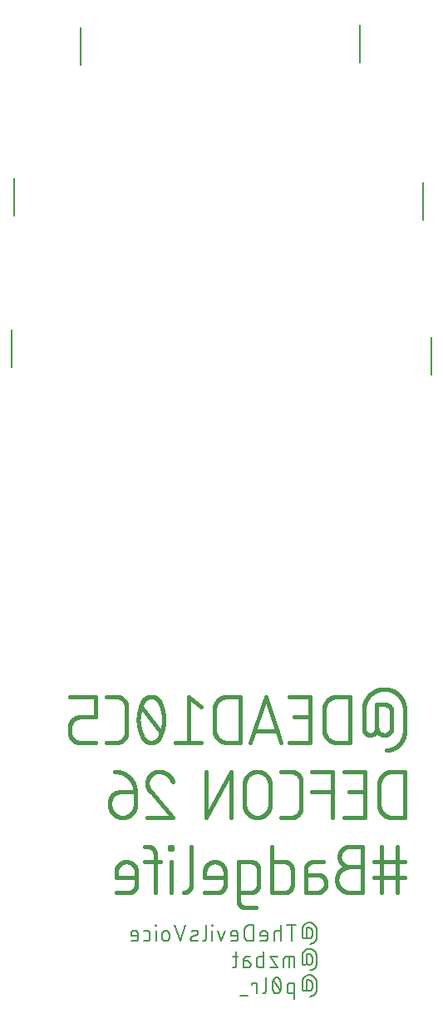
<source format=gbr>
G04 EAGLE Gerber X2 export*
G75*
%MOMM*%
%FSLAX34Y34*%
%LPD*%
%AMOC8*
5,1,8,0,0,1.08239X$1,22.5*%
G01*
%ADD10C,0.152400*%
%ADD11C,0.406400*%
%ADD12C,0.203200*%


D10*
X496804Y197149D02*
X499513Y197149D01*
X499513Y197148D02*
X499614Y197146D01*
X499715Y197140D01*
X499816Y197131D01*
X499917Y197118D01*
X500017Y197101D01*
X500116Y197080D01*
X500214Y197056D01*
X500311Y197028D01*
X500408Y196996D01*
X500503Y196961D01*
X500596Y196922D01*
X500688Y196880D01*
X500779Y196834D01*
X500868Y196785D01*
X500954Y196733D01*
X501039Y196677D01*
X501122Y196619D01*
X501202Y196557D01*
X501280Y196492D01*
X501356Y196425D01*
X501429Y196355D01*
X501499Y196282D01*
X501566Y196206D01*
X501631Y196128D01*
X501693Y196048D01*
X501751Y195965D01*
X501807Y195880D01*
X501859Y195794D01*
X501908Y195705D01*
X501954Y195614D01*
X501996Y195522D01*
X502035Y195429D01*
X502070Y195334D01*
X502102Y195237D01*
X502130Y195140D01*
X502154Y195042D01*
X502175Y194943D01*
X502192Y194843D01*
X502205Y194742D01*
X502214Y194641D01*
X502220Y194540D01*
X502222Y194439D01*
X502222Y189021D01*
X502220Y188918D01*
X502214Y188816D01*
X502205Y188714D01*
X502191Y188612D01*
X502174Y188511D01*
X502152Y188411D01*
X502127Y188312D01*
X502099Y188213D01*
X502066Y188116D01*
X502030Y188020D01*
X501991Y187925D01*
X501947Y187832D01*
X501901Y187741D01*
X501850Y187652D01*
X501797Y187564D01*
X501740Y187479D01*
X501680Y187396D01*
X501617Y187315D01*
X501551Y187236D01*
X501482Y187161D01*
X501410Y187087D01*
X501336Y187017D01*
X501259Y186949D01*
X501179Y186885D01*
X501097Y186823D01*
X501013Y186765D01*
X500926Y186710D01*
X500838Y186658D01*
X500747Y186610D01*
X500655Y186565D01*
X500562Y186523D01*
X500466Y186485D01*
X500370Y186451D01*
X500272Y186420D01*
X500173Y186394D01*
X500073Y186370D01*
X499972Y186351D01*
X499871Y186336D01*
X499769Y186324D01*
X499667Y186316D01*
X499564Y186312D01*
X499462Y186312D01*
X499359Y186316D01*
X499257Y186324D01*
X499155Y186336D01*
X499054Y186351D01*
X498953Y186370D01*
X498853Y186394D01*
X498754Y186420D01*
X498656Y186451D01*
X498560Y186485D01*
X498464Y186523D01*
X498371Y186565D01*
X498279Y186610D01*
X498188Y186658D01*
X498100Y186710D01*
X498013Y186765D01*
X497929Y186823D01*
X497847Y186885D01*
X497767Y186949D01*
X497690Y187017D01*
X497616Y187087D01*
X497544Y187161D01*
X497475Y187236D01*
X497409Y187315D01*
X497346Y187396D01*
X497286Y187479D01*
X497229Y187564D01*
X497176Y187652D01*
X497125Y187741D01*
X497079Y187832D01*
X497035Y187925D01*
X496996Y188020D01*
X496960Y188116D01*
X496927Y188213D01*
X496899Y188312D01*
X496874Y188411D01*
X496852Y188511D01*
X496835Y188612D01*
X496821Y188714D01*
X496812Y188816D01*
X496806Y188918D01*
X496804Y189021D01*
X496804Y188569D02*
X496804Y197149D01*
X496804Y188569D02*
X496802Y188476D01*
X496796Y188383D01*
X496787Y188290D01*
X496773Y188197D01*
X496756Y188106D01*
X496735Y188015D01*
X496710Y187925D01*
X496682Y187836D01*
X496650Y187748D01*
X496614Y187662D01*
X496575Y187577D01*
X496532Y187494D01*
X496486Y187413D01*
X496436Y187334D01*
X496384Y187257D01*
X496328Y187182D01*
X496269Y187110D01*
X496207Y187040D01*
X496143Y186972D01*
X496075Y186908D01*
X496005Y186846D01*
X495933Y186787D01*
X495858Y186731D01*
X495781Y186679D01*
X495702Y186629D01*
X495621Y186583D01*
X495538Y186540D01*
X495453Y186501D01*
X495367Y186465D01*
X495279Y186433D01*
X495190Y186405D01*
X495100Y186380D01*
X495009Y186359D01*
X494918Y186342D01*
X494825Y186328D01*
X494732Y186319D01*
X494639Y186313D01*
X494546Y186311D01*
X494453Y186313D01*
X494360Y186319D01*
X494267Y186328D01*
X494174Y186342D01*
X494083Y186359D01*
X493992Y186380D01*
X493902Y186405D01*
X493813Y186433D01*
X493725Y186465D01*
X493639Y186501D01*
X493554Y186540D01*
X493471Y186583D01*
X493390Y186629D01*
X493311Y186679D01*
X493234Y186731D01*
X493159Y186787D01*
X493087Y186846D01*
X493017Y186908D01*
X492949Y186972D01*
X492885Y187040D01*
X492823Y187110D01*
X492764Y187182D01*
X492708Y187257D01*
X492656Y187334D01*
X492606Y187413D01*
X492560Y187494D01*
X492517Y187577D01*
X492478Y187662D01*
X492442Y187748D01*
X492410Y187836D01*
X492382Y187925D01*
X492357Y188015D01*
X492336Y188106D01*
X492319Y188197D01*
X492305Y188290D01*
X492296Y188383D01*
X492290Y188476D01*
X492288Y188569D01*
X492288Y195342D01*
X492290Y195518D01*
X492297Y195694D01*
X492307Y195869D01*
X492322Y196045D01*
X492341Y196220D01*
X492365Y196394D01*
X492393Y196568D01*
X492425Y196741D01*
X492461Y196913D01*
X492501Y197084D01*
X492546Y197254D01*
X492594Y197424D01*
X492647Y197591D01*
X492704Y197758D01*
X492765Y197923D01*
X492830Y198087D01*
X492898Y198248D01*
X492971Y198409D01*
X493048Y198567D01*
X493128Y198724D01*
X493212Y198878D01*
X493300Y199030D01*
X493392Y199181D01*
X493487Y199329D01*
X493586Y199474D01*
X493689Y199617D01*
X493794Y199758D01*
X493904Y199896D01*
X494016Y200031D01*
X494132Y200163D01*
X494251Y200293D01*
X494373Y200420D01*
X494498Y200543D01*
X494626Y200664D01*
X494758Y200781D01*
X494891Y200895D01*
X495028Y201006D01*
X495167Y201114D01*
X495309Y201218D01*
X495453Y201319D01*
X495600Y201416D01*
X495749Y201509D01*
X495901Y201599D01*
X496054Y201685D01*
X496209Y201767D01*
X496367Y201846D01*
X496526Y201921D01*
X496687Y201992D01*
X496850Y202058D01*
X497014Y202121D01*
X497180Y202180D01*
X497347Y202235D01*
X497516Y202285D01*
X497686Y202332D01*
X497856Y202374D01*
X498028Y202413D01*
X498201Y202447D01*
X498374Y202477D01*
X498548Y202502D01*
X498723Y202524D01*
X498898Y202541D01*
X499073Y202554D01*
X499249Y202562D01*
X499425Y202566D01*
X499601Y202566D01*
X499777Y202562D01*
X499953Y202554D01*
X500128Y202541D01*
X500303Y202524D01*
X500478Y202502D01*
X500652Y202477D01*
X500825Y202447D01*
X500998Y202413D01*
X501170Y202374D01*
X501340Y202332D01*
X501510Y202285D01*
X501679Y202235D01*
X501846Y202180D01*
X502012Y202121D01*
X502176Y202058D01*
X502339Y201992D01*
X502500Y201921D01*
X502659Y201846D01*
X502817Y201767D01*
X502972Y201685D01*
X503126Y201599D01*
X503277Y201509D01*
X503426Y201416D01*
X503573Y201319D01*
X503717Y201218D01*
X503859Y201114D01*
X503998Y201006D01*
X504135Y200895D01*
X504268Y200781D01*
X504400Y200664D01*
X504528Y200543D01*
X504653Y200420D01*
X504775Y200293D01*
X504894Y200163D01*
X505010Y200031D01*
X505122Y199896D01*
X505232Y199758D01*
X505337Y199617D01*
X505440Y199474D01*
X505539Y199329D01*
X505634Y199181D01*
X505726Y199030D01*
X505814Y198878D01*
X505898Y198724D01*
X505978Y198567D01*
X506055Y198409D01*
X506128Y198248D01*
X506196Y198087D01*
X506261Y197923D01*
X506322Y197758D01*
X506379Y197591D01*
X506432Y197424D01*
X506480Y197254D01*
X506525Y197084D01*
X506565Y196913D01*
X506601Y196741D01*
X506633Y196568D01*
X506661Y196394D01*
X506685Y196220D01*
X506704Y196045D01*
X506719Y195869D01*
X506729Y195694D01*
X506736Y195518D01*
X506738Y195342D01*
X506738Y187666D01*
X506736Y187502D01*
X506730Y187337D01*
X506720Y187173D01*
X506706Y187009D01*
X506688Y186846D01*
X506666Y186683D01*
X506641Y186520D01*
X506611Y186359D01*
X506577Y186198D01*
X506540Y186038D01*
X506498Y185878D01*
X506453Y185720D01*
X506404Y185563D01*
X506351Y185408D01*
X506295Y185253D01*
X506234Y185100D01*
X506170Y184949D01*
X506103Y184799D01*
X506032Y184651D01*
X505957Y184504D01*
X505878Y184360D01*
X505797Y184217D01*
X505711Y184076D01*
X505623Y183938D01*
X505531Y183801D01*
X505435Y183667D01*
X505337Y183536D01*
X505235Y183406D01*
X505131Y183280D01*
X505023Y183155D01*
X504912Y183034D01*
X504798Y182915D01*
X504682Y182799D01*
X504563Y182686D01*
X504441Y182575D01*
X504316Y182468D01*
X504189Y182364D01*
X504059Y182263D01*
X503927Y182165D01*
X503793Y182070D01*
X503656Y181978D01*
X503517Y181890D01*
X503376Y181806D01*
X503233Y181724D01*
X503088Y181647D01*
X502942Y181572D01*
X502793Y181502D01*
X502643Y181434D01*
X502491Y181371D01*
X502338Y181311D01*
X502184Y181255D01*
X502028Y181203D01*
X501870Y181155D01*
X501712Y181110D01*
X501553Y181069D01*
X501393Y181032D01*
X501232Y180999D01*
X501070Y180970D01*
X500907Y180945D01*
X500744Y180924D01*
X500581Y180906D01*
X500417Y180893D01*
X481277Y183602D02*
X481277Y199858D01*
X485792Y199858D02*
X476761Y199858D01*
X470821Y199858D02*
X470821Y183602D01*
X470821Y194439D02*
X466305Y194439D01*
X466201Y194437D01*
X466098Y194431D01*
X465994Y194421D01*
X465891Y194407D01*
X465789Y194389D01*
X465688Y194368D01*
X465587Y194342D01*
X465488Y194313D01*
X465389Y194280D01*
X465292Y194243D01*
X465197Y194202D01*
X465103Y194158D01*
X465011Y194110D01*
X464921Y194059D01*
X464832Y194004D01*
X464746Y193946D01*
X464663Y193884D01*
X464581Y193820D01*
X464503Y193752D01*
X464427Y193682D01*
X464353Y193609D01*
X464283Y193532D01*
X464215Y193454D01*
X464151Y193372D01*
X464089Y193289D01*
X464031Y193203D01*
X463976Y193114D01*
X463925Y193024D01*
X463877Y192932D01*
X463833Y192838D01*
X463792Y192743D01*
X463755Y192646D01*
X463722Y192547D01*
X463693Y192448D01*
X463667Y192347D01*
X463646Y192246D01*
X463628Y192144D01*
X463614Y192041D01*
X463604Y191937D01*
X463598Y191834D01*
X463596Y191730D01*
X463596Y183602D01*
X454044Y183602D02*
X449528Y183602D01*
X454044Y183602D02*
X454145Y183604D01*
X454246Y183610D01*
X454347Y183619D01*
X454448Y183632D01*
X454548Y183649D01*
X454647Y183670D01*
X454745Y183694D01*
X454842Y183722D01*
X454939Y183754D01*
X455034Y183789D01*
X455127Y183828D01*
X455219Y183870D01*
X455310Y183916D01*
X455399Y183965D01*
X455485Y184017D01*
X455570Y184073D01*
X455653Y184131D01*
X455733Y184193D01*
X455811Y184258D01*
X455887Y184325D01*
X455960Y184395D01*
X456030Y184468D01*
X456097Y184544D01*
X456162Y184622D01*
X456224Y184702D01*
X456282Y184785D01*
X456338Y184870D01*
X456390Y184956D01*
X456439Y185045D01*
X456485Y185136D01*
X456527Y185228D01*
X456566Y185321D01*
X456601Y185416D01*
X456633Y185513D01*
X456661Y185610D01*
X456685Y185708D01*
X456706Y185807D01*
X456723Y185907D01*
X456736Y186008D01*
X456745Y186109D01*
X456751Y186210D01*
X456753Y186311D01*
X456753Y190827D01*
X456752Y190827D02*
X456750Y190946D01*
X456744Y191066D01*
X456734Y191185D01*
X456720Y191303D01*
X456703Y191422D01*
X456681Y191539D01*
X456656Y191656D01*
X456626Y191771D01*
X456593Y191886D01*
X456556Y192000D01*
X456516Y192112D01*
X456471Y192223D01*
X456423Y192332D01*
X456372Y192440D01*
X456317Y192546D01*
X456258Y192650D01*
X456196Y192752D01*
X456131Y192852D01*
X456062Y192950D01*
X455990Y193046D01*
X455915Y193139D01*
X455838Y193229D01*
X455757Y193317D01*
X455673Y193402D01*
X455586Y193484D01*
X455497Y193564D01*
X455405Y193640D01*
X455311Y193714D01*
X455214Y193784D01*
X455116Y193851D01*
X455015Y193915D01*
X454911Y193975D01*
X454806Y194032D01*
X454699Y194085D01*
X454591Y194135D01*
X454481Y194181D01*
X454369Y194223D01*
X454256Y194262D01*
X454142Y194297D01*
X454027Y194328D01*
X453910Y194356D01*
X453793Y194379D01*
X453676Y194399D01*
X453557Y194415D01*
X453438Y194427D01*
X453319Y194435D01*
X453200Y194439D01*
X453080Y194439D01*
X452961Y194435D01*
X452842Y194427D01*
X452723Y194415D01*
X452604Y194399D01*
X452487Y194379D01*
X452370Y194356D01*
X452253Y194328D01*
X452138Y194297D01*
X452024Y194262D01*
X451911Y194223D01*
X451799Y194181D01*
X451689Y194135D01*
X451581Y194085D01*
X451474Y194032D01*
X451369Y193975D01*
X451265Y193915D01*
X451164Y193851D01*
X451066Y193784D01*
X450969Y193714D01*
X450875Y193640D01*
X450783Y193564D01*
X450694Y193484D01*
X450607Y193402D01*
X450523Y193317D01*
X450442Y193229D01*
X450365Y193139D01*
X450290Y193046D01*
X450218Y192950D01*
X450149Y192852D01*
X450084Y192752D01*
X450022Y192650D01*
X449963Y192546D01*
X449908Y192440D01*
X449857Y192332D01*
X449809Y192223D01*
X449764Y192112D01*
X449724Y192000D01*
X449687Y191886D01*
X449654Y191771D01*
X449624Y191656D01*
X449599Y191539D01*
X449577Y191422D01*
X449560Y191303D01*
X449546Y191185D01*
X449536Y191066D01*
X449530Y190946D01*
X449528Y190827D01*
X449528Y189021D01*
X456753Y189021D01*
X442546Y183602D02*
X442546Y199858D01*
X438030Y199858D01*
X437899Y199856D01*
X437767Y199850D01*
X437636Y199841D01*
X437506Y199827D01*
X437375Y199810D01*
X437246Y199789D01*
X437117Y199765D01*
X436989Y199736D01*
X436861Y199704D01*
X436735Y199668D01*
X436610Y199629D01*
X436485Y199586D01*
X436363Y199539D01*
X436241Y199489D01*
X436121Y199435D01*
X436003Y199378D01*
X435887Y199317D01*
X435772Y199253D01*
X435659Y199186D01*
X435548Y199115D01*
X435440Y199041D01*
X435333Y198964D01*
X435229Y198884D01*
X435127Y198801D01*
X435028Y198716D01*
X434931Y198627D01*
X434837Y198535D01*
X434745Y198441D01*
X434656Y198344D01*
X434571Y198245D01*
X434488Y198143D01*
X434408Y198039D01*
X434331Y197932D01*
X434257Y197824D01*
X434186Y197713D01*
X434119Y197600D01*
X434055Y197485D01*
X433994Y197369D01*
X433937Y197251D01*
X433883Y197131D01*
X433833Y197009D01*
X433786Y196887D01*
X433743Y196762D01*
X433704Y196637D01*
X433668Y196511D01*
X433636Y196383D01*
X433607Y196255D01*
X433583Y196126D01*
X433562Y195997D01*
X433545Y195866D01*
X433531Y195736D01*
X433522Y195605D01*
X433516Y195473D01*
X433514Y195342D01*
X433515Y195342D02*
X433515Y188118D01*
X433514Y188118D02*
X433516Y187987D01*
X433522Y187855D01*
X433531Y187724D01*
X433545Y187594D01*
X433562Y187463D01*
X433583Y187334D01*
X433607Y187205D01*
X433636Y187077D01*
X433668Y186949D01*
X433704Y186823D01*
X433743Y186698D01*
X433786Y186573D01*
X433833Y186451D01*
X433883Y186329D01*
X433937Y186209D01*
X433994Y186091D01*
X434055Y185975D01*
X434119Y185860D01*
X434186Y185747D01*
X434257Y185636D01*
X434331Y185528D01*
X434408Y185421D01*
X434488Y185317D01*
X434571Y185215D01*
X434656Y185116D01*
X434745Y185019D01*
X434837Y184925D01*
X434931Y184833D01*
X435028Y184744D01*
X435127Y184659D01*
X435229Y184576D01*
X435333Y184496D01*
X435440Y184419D01*
X435548Y184345D01*
X435659Y184274D01*
X435772Y184207D01*
X435887Y184143D01*
X436003Y184082D01*
X436121Y184025D01*
X436241Y183971D01*
X436363Y183921D01*
X436485Y183874D01*
X436610Y183831D01*
X436735Y183792D01*
X436861Y183756D01*
X436989Y183724D01*
X437117Y183695D01*
X437246Y183671D01*
X437375Y183650D01*
X437506Y183633D01*
X437636Y183619D01*
X437767Y183610D01*
X437899Y183604D01*
X438030Y183602D01*
X442546Y183602D01*
X423823Y183602D02*
X419308Y183602D01*
X423823Y183602D02*
X423924Y183604D01*
X424025Y183610D01*
X424126Y183619D01*
X424227Y183632D01*
X424327Y183649D01*
X424426Y183670D01*
X424524Y183694D01*
X424621Y183722D01*
X424718Y183754D01*
X424813Y183789D01*
X424906Y183828D01*
X424998Y183870D01*
X425089Y183916D01*
X425178Y183965D01*
X425264Y184017D01*
X425349Y184073D01*
X425432Y184131D01*
X425512Y184193D01*
X425590Y184258D01*
X425666Y184325D01*
X425739Y184395D01*
X425809Y184468D01*
X425876Y184544D01*
X425941Y184622D01*
X426003Y184702D01*
X426061Y184785D01*
X426117Y184870D01*
X426169Y184956D01*
X426218Y185045D01*
X426264Y185136D01*
X426306Y185228D01*
X426345Y185321D01*
X426380Y185416D01*
X426412Y185513D01*
X426440Y185610D01*
X426464Y185708D01*
X426485Y185807D01*
X426502Y185907D01*
X426515Y186008D01*
X426524Y186109D01*
X426530Y186210D01*
X426532Y186311D01*
X426533Y186311D02*
X426533Y190827D01*
X426532Y190827D02*
X426530Y190946D01*
X426524Y191066D01*
X426514Y191185D01*
X426500Y191303D01*
X426483Y191422D01*
X426461Y191539D01*
X426436Y191656D01*
X426406Y191771D01*
X426373Y191886D01*
X426336Y192000D01*
X426296Y192112D01*
X426251Y192223D01*
X426203Y192332D01*
X426152Y192440D01*
X426097Y192546D01*
X426038Y192650D01*
X425976Y192752D01*
X425911Y192852D01*
X425842Y192950D01*
X425770Y193046D01*
X425695Y193139D01*
X425618Y193229D01*
X425537Y193317D01*
X425453Y193402D01*
X425366Y193484D01*
X425277Y193564D01*
X425185Y193640D01*
X425091Y193714D01*
X424994Y193784D01*
X424896Y193851D01*
X424795Y193915D01*
X424691Y193975D01*
X424586Y194032D01*
X424479Y194085D01*
X424371Y194135D01*
X424261Y194181D01*
X424149Y194223D01*
X424036Y194262D01*
X423922Y194297D01*
X423807Y194328D01*
X423690Y194356D01*
X423573Y194379D01*
X423456Y194399D01*
X423337Y194415D01*
X423218Y194427D01*
X423099Y194435D01*
X422980Y194439D01*
X422860Y194439D01*
X422741Y194435D01*
X422622Y194427D01*
X422503Y194415D01*
X422384Y194399D01*
X422267Y194379D01*
X422150Y194356D01*
X422033Y194328D01*
X421918Y194297D01*
X421804Y194262D01*
X421691Y194223D01*
X421579Y194181D01*
X421469Y194135D01*
X421361Y194085D01*
X421254Y194032D01*
X421149Y193975D01*
X421045Y193915D01*
X420944Y193851D01*
X420846Y193784D01*
X420749Y193714D01*
X420655Y193640D01*
X420563Y193564D01*
X420474Y193484D01*
X420387Y193402D01*
X420303Y193317D01*
X420222Y193229D01*
X420145Y193139D01*
X420070Y193046D01*
X419998Y192950D01*
X419929Y192852D01*
X419864Y192752D01*
X419802Y192650D01*
X419743Y192546D01*
X419688Y192440D01*
X419637Y192332D01*
X419589Y192223D01*
X419544Y192112D01*
X419504Y192000D01*
X419467Y191886D01*
X419434Y191771D01*
X419404Y191656D01*
X419379Y191539D01*
X419357Y191422D01*
X419340Y191303D01*
X419326Y191185D01*
X419316Y191066D01*
X419310Y190946D01*
X419308Y190827D01*
X419308Y189021D01*
X426533Y189021D01*
X413507Y194439D02*
X409894Y183602D01*
X406282Y194439D01*
X400515Y194439D02*
X400515Y183602D01*
X400967Y198955D02*
X400967Y199858D01*
X400064Y199858D01*
X400064Y198955D01*
X400967Y198955D01*
X393991Y199858D02*
X393991Y186311D01*
X393989Y186210D01*
X393983Y186109D01*
X393974Y186008D01*
X393961Y185907D01*
X393944Y185807D01*
X393923Y185708D01*
X393899Y185610D01*
X393871Y185513D01*
X393839Y185416D01*
X393804Y185321D01*
X393765Y185228D01*
X393723Y185136D01*
X393677Y185045D01*
X393628Y184956D01*
X393576Y184870D01*
X393520Y184785D01*
X393462Y184702D01*
X393400Y184622D01*
X393335Y184544D01*
X393268Y184468D01*
X393198Y184395D01*
X393125Y184325D01*
X393049Y184258D01*
X392971Y184193D01*
X392891Y184131D01*
X392808Y184073D01*
X392723Y184017D01*
X392637Y183965D01*
X392548Y183916D01*
X392457Y183870D01*
X392365Y183828D01*
X392272Y183789D01*
X392177Y183754D01*
X392080Y183722D01*
X391983Y183694D01*
X391885Y183670D01*
X391786Y183649D01*
X391686Y183632D01*
X391585Y183619D01*
X391484Y183610D01*
X391383Y183604D01*
X391282Y183602D01*
X384537Y189924D02*
X380021Y188118D01*
X384537Y189924D02*
X384625Y189961D01*
X384711Y190002D01*
X384796Y190046D01*
X384879Y190094D01*
X384959Y190145D01*
X385038Y190199D01*
X385114Y190257D01*
X385188Y190317D01*
X385260Y190381D01*
X385328Y190447D01*
X385394Y190517D01*
X385457Y190588D01*
X385518Y190663D01*
X385575Y190739D01*
X385628Y190818D01*
X385679Y190899D01*
X385726Y190982D01*
X385770Y191067D01*
X385810Y191154D01*
X385847Y191242D01*
X385880Y191332D01*
X385910Y191423D01*
X385935Y191515D01*
X385957Y191608D01*
X385975Y191702D01*
X385990Y191796D01*
X386000Y191891D01*
X386006Y191987D01*
X386009Y192082D01*
X386008Y192178D01*
X386002Y192273D01*
X385993Y192369D01*
X385980Y192463D01*
X385964Y192557D01*
X385943Y192651D01*
X385918Y192743D01*
X385890Y192834D01*
X385858Y192924D01*
X385823Y193013D01*
X385784Y193100D01*
X385741Y193186D01*
X385695Y193270D01*
X385645Y193351D01*
X385593Y193431D01*
X385537Y193509D01*
X385477Y193584D01*
X385415Y193656D01*
X385350Y193726D01*
X385282Y193794D01*
X385212Y193858D01*
X385139Y193920D01*
X385063Y193978D01*
X384985Y194034D01*
X384905Y194086D01*
X384823Y194135D01*
X384739Y194180D01*
X384653Y194222D01*
X384566Y194261D01*
X384477Y194296D01*
X384386Y194327D01*
X384295Y194354D01*
X384202Y194378D01*
X384109Y194398D01*
X384015Y194414D01*
X383920Y194426D01*
X383825Y194435D01*
X383729Y194439D01*
X383634Y194440D01*
X383387Y194433D01*
X383141Y194421D01*
X382895Y194403D01*
X382649Y194378D01*
X382405Y194348D01*
X382161Y194312D01*
X381918Y194271D01*
X381676Y194223D01*
X381435Y194169D01*
X381196Y194110D01*
X380958Y194045D01*
X380722Y193974D01*
X380487Y193898D01*
X380254Y193816D01*
X380024Y193728D01*
X379796Y193635D01*
X379569Y193537D01*
X380021Y188117D02*
X379933Y188080D01*
X379847Y188039D01*
X379762Y187995D01*
X379679Y187947D01*
X379599Y187896D01*
X379520Y187842D01*
X379444Y187784D01*
X379370Y187724D01*
X379298Y187660D01*
X379230Y187594D01*
X379164Y187524D01*
X379101Y187453D01*
X379040Y187378D01*
X378983Y187302D01*
X378930Y187223D01*
X378879Y187142D01*
X378832Y187059D01*
X378788Y186974D01*
X378748Y186887D01*
X378711Y186799D01*
X378678Y186709D01*
X378648Y186618D01*
X378623Y186526D01*
X378601Y186433D01*
X378583Y186339D01*
X378568Y186245D01*
X378558Y186150D01*
X378552Y186054D01*
X378549Y185959D01*
X378550Y185863D01*
X378556Y185768D01*
X378565Y185672D01*
X378578Y185578D01*
X378594Y185484D01*
X378615Y185390D01*
X378640Y185298D01*
X378668Y185207D01*
X378700Y185117D01*
X378735Y185028D01*
X378774Y184941D01*
X378817Y184855D01*
X378863Y184771D01*
X378913Y184690D01*
X378965Y184610D01*
X379021Y184532D01*
X379081Y184457D01*
X379143Y184385D01*
X379208Y184315D01*
X379276Y184247D01*
X379346Y184183D01*
X379419Y184121D01*
X379495Y184063D01*
X379573Y184007D01*
X379653Y183955D01*
X379735Y183906D01*
X379819Y183861D01*
X379905Y183819D01*
X379992Y183780D01*
X380081Y183745D01*
X380172Y183714D01*
X380263Y183687D01*
X380356Y183663D01*
X380449Y183643D01*
X380543Y183627D01*
X380638Y183615D01*
X380733Y183606D01*
X380829Y183602D01*
X380924Y183601D01*
X380925Y183602D02*
X381287Y183611D01*
X381649Y183629D01*
X382010Y183656D01*
X382370Y183691D01*
X382730Y183734D01*
X383089Y183786D01*
X383446Y183847D01*
X383801Y183916D01*
X384155Y183993D01*
X384507Y184079D01*
X384857Y184173D01*
X385205Y184276D01*
X385550Y184386D01*
X385892Y184505D01*
X367690Y183602D02*
X373108Y199858D01*
X362271Y199858D02*
X367690Y183602D01*
X356713Y187214D02*
X356713Y190827D01*
X356711Y190946D01*
X356705Y191066D01*
X356695Y191185D01*
X356681Y191303D01*
X356664Y191422D01*
X356642Y191539D01*
X356617Y191656D01*
X356587Y191771D01*
X356554Y191886D01*
X356517Y192000D01*
X356477Y192112D01*
X356432Y192223D01*
X356384Y192332D01*
X356333Y192440D01*
X356278Y192546D01*
X356219Y192650D01*
X356157Y192752D01*
X356092Y192852D01*
X356023Y192950D01*
X355951Y193046D01*
X355876Y193139D01*
X355799Y193229D01*
X355718Y193317D01*
X355634Y193402D01*
X355547Y193484D01*
X355458Y193564D01*
X355366Y193640D01*
X355272Y193714D01*
X355175Y193784D01*
X355077Y193851D01*
X354976Y193915D01*
X354872Y193975D01*
X354767Y194032D01*
X354660Y194085D01*
X354552Y194135D01*
X354442Y194181D01*
X354330Y194223D01*
X354217Y194262D01*
X354103Y194297D01*
X353988Y194328D01*
X353871Y194356D01*
X353754Y194379D01*
X353637Y194399D01*
X353518Y194415D01*
X353399Y194427D01*
X353280Y194435D01*
X353161Y194439D01*
X353041Y194439D01*
X352922Y194435D01*
X352803Y194427D01*
X352684Y194415D01*
X352565Y194399D01*
X352448Y194379D01*
X352331Y194356D01*
X352214Y194328D01*
X352099Y194297D01*
X351985Y194262D01*
X351872Y194223D01*
X351760Y194181D01*
X351650Y194135D01*
X351542Y194085D01*
X351435Y194032D01*
X351330Y193975D01*
X351226Y193915D01*
X351125Y193851D01*
X351027Y193784D01*
X350930Y193714D01*
X350836Y193640D01*
X350744Y193564D01*
X350655Y193484D01*
X350568Y193402D01*
X350484Y193317D01*
X350403Y193229D01*
X350326Y193139D01*
X350251Y193046D01*
X350179Y192950D01*
X350110Y192852D01*
X350045Y192752D01*
X349983Y192650D01*
X349924Y192546D01*
X349869Y192440D01*
X349818Y192332D01*
X349770Y192223D01*
X349725Y192112D01*
X349685Y192000D01*
X349648Y191886D01*
X349615Y191771D01*
X349585Y191656D01*
X349560Y191539D01*
X349538Y191422D01*
X349521Y191303D01*
X349507Y191185D01*
X349497Y191066D01*
X349491Y190946D01*
X349489Y190827D01*
X349488Y190827D02*
X349488Y187214D01*
X349489Y187214D02*
X349491Y187095D01*
X349497Y186975D01*
X349507Y186856D01*
X349521Y186738D01*
X349538Y186619D01*
X349560Y186502D01*
X349585Y186385D01*
X349615Y186270D01*
X349648Y186155D01*
X349685Y186041D01*
X349725Y185929D01*
X349770Y185818D01*
X349818Y185709D01*
X349869Y185601D01*
X349924Y185495D01*
X349983Y185391D01*
X350045Y185289D01*
X350110Y185189D01*
X350179Y185091D01*
X350251Y184995D01*
X350326Y184902D01*
X350403Y184812D01*
X350484Y184724D01*
X350568Y184639D01*
X350655Y184557D01*
X350744Y184477D01*
X350836Y184401D01*
X350930Y184327D01*
X351027Y184257D01*
X351125Y184190D01*
X351226Y184126D01*
X351330Y184066D01*
X351435Y184009D01*
X351542Y183956D01*
X351650Y183906D01*
X351760Y183860D01*
X351872Y183818D01*
X351985Y183779D01*
X352099Y183744D01*
X352214Y183713D01*
X352331Y183685D01*
X352448Y183662D01*
X352565Y183642D01*
X352684Y183626D01*
X352803Y183614D01*
X352922Y183606D01*
X353041Y183602D01*
X353161Y183602D01*
X353280Y183606D01*
X353399Y183614D01*
X353518Y183626D01*
X353637Y183642D01*
X353754Y183662D01*
X353871Y183685D01*
X353988Y183713D01*
X354103Y183744D01*
X354217Y183779D01*
X354330Y183818D01*
X354442Y183860D01*
X354552Y183906D01*
X354660Y183956D01*
X354767Y184009D01*
X354872Y184066D01*
X354976Y184126D01*
X355077Y184190D01*
X355175Y184257D01*
X355272Y184327D01*
X355366Y184401D01*
X355458Y184477D01*
X355547Y184557D01*
X355634Y184639D01*
X355718Y184724D01*
X355799Y184812D01*
X355876Y184902D01*
X355951Y184995D01*
X356023Y185091D01*
X356092Y185189D01*
X356157Y185289D01*
X356219Y185391D01*
X356278Y185495D01*
X356333Y185601D01*
X356384Y185709D01*
X356432Y185818D01*
X356477Y185929D01*
X356517Y186041D01*
X356554Y186155D01*
X356587Y186270D01*
X356617Y186385D01*
X356642Y186502D01*
X356664Y186619D01*
X356681Y186738D01*
X356695Y186856D01*
X356705Y186975D01*
X356711Y187095D01*
X356713Y187214D01*
X343201Y183602D02*
X343201Y194439D01*
X343652Y198955D02*
X343652Y199858D01*
X342749Y199858D01*
X342749Y198955D01*
X343652Y198955D01*
X334187Y183602D02*
X330574Y183602D01*
X334187Y183602D02*
X334288Y183604D01*
X334389Y183610D01*
X334490Y183619D01*
X334591Y183632D01*
X334691Y183649D01*
X334790Y183670D01*
X334888Y183694D01*
X334985Y183722D01*
X335082Y183754D01*
X335177Y183789D01*
X335270Y183828D01*
X335362Y183870D01*
X335453Y183916D01*
X335542Y183965D01*
X335628Y184017D01*
X335713Y184073D01*
X335796Y184131D01*
X335876Y184193D01*
X335954Y184258D01*
X336030Y184325D01*
X336103Y184395D01*
X336173Y184468D01*
X336240Y184544D01*
X336305Y184622D01*
X336367Y184702D01*
X336425Y184785D01*
X336481Y184870D01*
X336533Y184956D01*
X336582Y185045D01*
X336628Y185136D01*
X336670Y185228D01*
X336709Y185321D01*
X336744Y185416D01*
X336776Y185513D01*
X336804Y185610D01*
X336828Y185708D01*
X336849Y185807D01*
X336866Y185907D01*
X336879Y186008D01*
X336888Y186109D01*
X336894Y186210D01*
X336896Y186311D01*
X336896Y191730D01*
X336894Y191831D01*
X336888Y191932D01*
X336879Y192033D01*
X336866Y192134D01*
X336849Y192234D01*
X336828Y192333D01*
X336804Y192431D01*
X336776Y192528D01*
X336744Y192625D01*
X336709Y192720D01*
X336670Y192813D01*
X336628Y192905D01*
X336582Y192996D01*
X336533Y193085D01*
X336481Y193171D01*
X336425Y193256D01*
X336367Y193339D01*
X336305Y193419D01*
X336240Y193497D01*
X336173Y193573D01*
X336103Y193646D01*
X336030Y193716D01*
X335954Y193783D01*
X335876Y193848D01*
X335796Y193910D01*
X335713Y193968D01*
X335628Y194024D01*
X335542Y194076D01*
X335453Y194125D01*
X335362Y194171D01*
X335270Y194213D01*
X335177Y194252D01*
X335082Y194287D01*
X334985Y194319D01*
X334888Y194347D01*
X334790Y194371D01*
X334691Y194392D01*
X334591Y194409D01*
X334490Y194422D01*
X334389Y194431D01*
X334288Y194437D01*
X334187Y194439D01*
X330574Y194439D01*
X322220Y183602D02*
X317705Y183602D01*
X322220Y183602D02*
X322321Y183604D01*
X322422Y183610D01*
X322523Y183619D01*
X322624Y183632D01*
X322724Y183649D01*
X322823Y183670D01*
X322921Y183694D01*
X323018Y183722D01*
X323115Y183754D01*
X323210Y183789D01*
X323303Y183828D01*
X323395Y183870D01*
X323486Y183916D01*
X323575Y183965D01*
X323661Y184017D01*
X323746Y184073D01*
X323829Y184131D01*
X323909Y184193D01*
X323987Y184258D01*
X324063Y184325D01*
X324136Y184395D01*
X324206Y184468D01*
X324273Y184544D01*
X324338Y184622D01*
X324400Y184702D01*
X324458Y184785D01*
X324514Y184870D01*
X324566Y184956D01*
X324615Y185045D01*
X324661Y185136D01*
X324703Y185228D01*
X324742Y185321D01*
X324777Y185416D01*
X324809Y185513D01*
X324837Y185610D01*
X324861Y185708D01*
X324882Y185807D01*
X324899Y185907D01*
X324912Y186008D01*
X324921Y186109D01*
X324927Y186210D01*
X324929Y186311D01*
X324930Y186311D02*
X324930Y190827D01*
X324929Y190827D02*
X324927Y190946D01*
X324921Y191066D01*
X324911Y191185D01*
X324897Y191303D01*
X324880Y191422D01*
X324858Y191539D01*
X324833Y191656D01*
X324803Y191771D01*
X324770Y191886D01*
X324733Y192000D01*
X324693Y192112D01*
X324648Y192223D01*
X324600Y192332D01*
X324549Y192440D01*
X324494Y192546D01*
X324435Y192650D01*
X324373Y192752D01*
X324308Y192852D01*
X324239Y192950D01*
X324167Y193046D01*
X324092Y193139D01*
X324015Y193229D01*
X323934Y193317D01*
X323850Y193402D01*
X323763Y193484D01*
X323674Y193564D01*
X323582Y193640D01*
X323488Y193714D01*
X323391Y193784D01*
X323293Y193851D01*
X323192Y193915D01*
X323088Y193975D01*
X322983Y194032D01*
X322876Y194085D01*
X322768Y194135D01*
X322658Y194181D01*
X322546Y194223D01*
X322433Y194262D01*
X322319Y194297D01*
X322204Y194328D01*
X322087Y194356D01*
X321970Y194379D01*
X321853Y194399D01*
X321734Y194415D01*
X321615Y194427D01*
X321496Y194435D01*
X321377Y194439D01*
X321257Y194439D01*
X321138Y194435D01*
X321019Y194427D01*
X320900Y194415D01*
X320781Y194399D01*
X320664Y194379D01*
X320547Y194356D01*
X320430Y194328D01*
X320315Y194297D01*
X320201Y194262D01*
X320088Y194223D01*
X319976Y194181D01*
X319866Y194135D01*
X319758Y194085D01*
X319651Y194032D01*
X319546Y193975D01*
X319442Y193915D01*
X319341Y193851D01*
X319243Y193784D01*
X319146Y193714D01*
X319052Y193640D01*
X318960Y193564D01*
X318871Y193484D01*
X318784Y193402D01*
X318700Y193317D01*
X318619Y193229D01*
X318542Y193139D01*
X318467Y193046D01*
X318395Y192950D01*
X318326Y192852D01*
X318261Y192752D01*
X318199Y192650D01*
X318140Y192546D01*
X318085Y192440D01*
X318034Y192332D01*
X317986Y192223D01*
X317941Y192112D01*
X317901Y192000D01*
X317864Y191886D01*
X317831Y191771D01*
X317801Y191656D01*
X317776Y191539D01*
X317754Y191422D01*
X317737Y191303D01*
X317723Y191185D01*
X317713Y191066D01*
X317707Y190946D01*
X317705Y190827D01*
X317705Y189021D01*
X324930Y189021D01*
X496804Y170479D02*
X499513Y170479D01*
X499513Y170478D02*
X499614Y170476D01*
X499715Y170470D01*
X499816Y170461D01*
X499917Y170448D01*
X500017Y170431D01*
X500116Y170410D01*
X500214Y170386D01*
X500311Y170358D01*
X500408Y170326D01*
X500503Y170291D01*
X500596Y170252D01*
X500688Y170210D01*
X500779Y170164D01*
X500868Y170115D01*
X500954Y170063D01*
X501039Y170007D01*
X501122Y169949D01*
X501202Y169887D01*
X501280Y169822D01*
X501356Y169755D01*
X501429Y169685D01*
X501499Y169612D01*
X501566Y169536D01*
X501631Y169458D01*
X501693Y169378D01*
X501751Y169295D01*
X501807Y169210D01*
X501859Y169124D01*
X501908Y169035D01*
X501954Y168944D01*
X501996Y168852D01*
X502035Y168759D01*
X502070Y168664D01*
X502102Y168567D01*
X502130Y168470D01*
X502154Y168372D01*
X502175Y168273D01*
X502192Y168173D01*
X502205Y168072D01*
X502214Y167971D01*
X502220Y167870D01*
X502222Y167769D01*
X502222Y162351D01*
X502220Y162248D01*
X502214Y162146D01*
X502205Y162044D01*
X502191Y161942D01*
X502174Y161841D01*
X502152Y161741D01*
X502127Y161642D01*
X502099Y161543D01*
X502066Y161446D01*
X502030Y161350D01*
X501991Y161255D01*
X501947Y161162D01*
X501901Y161071D01*
X501850Y160982D01*
X501797Y160894D01*
X501740Y160809D01*
X501680Y160726D01*
X501617Y160645D01*
X501551Y160566D01*
X501482Y160491D01*
X501410Y160417D01*
X501336Y160347D01*
X501259Y160279D01*
X501179Y160215D01*
X501097Y160153D01*
X501013Y160095D01*
X500926Y160040D01*
X500838Y159988D01*
X500747Y159940D01*
X500655Y159895D01*
X500562Y159853D01*
X500466Y159815D01*
X500370Y159781D01*
X500272Y159750D01*
X500173Y159724D01*
X500073Y159700D01*
X499972Y159681D01*
X499871Y159666D01*
X499769Y159654D01*
X499667Y159646D01*
X499564Y159642D01*
X499462Y159642D01*
X499359Y159646D01*
X499257Y159654D01*
X499155Y159666D01*
X499054Y159681D01*
X498953Y159700D01*
X498853Y159724D01*
X498754Y159750D01*
X498656Y159781D01*
X498560Y159815D01*
X498464Y159853D01*
X498371Y159895D01*
X498279Y159940D01*
X498188Y159988D01*
X498100Y160040D01*
X498013Y160095D01*
X497929Y160153D01*
X497847Y160215D01*
X497767Y160279D01*
X497690Y160347D01*
X497616Y160417D01*
X497544Y160491D01*
X497475Y160566D01*
X497409Y160645D01*
X497346Y160726D01*
X497286Y160809D01*
X497229Y160894D01*
X497176Y160982D01*
X497125Y161071D01*
X497079Y161162D01*
X497035Y161255D01*
X496996Y161350D01*
X496960Y161446D01*
X496927Y161543D01*
X496899Y161642D01*
X496874Y161741D01*
X496852Y161841D01*
X496835Y161942D01*
X496821Y162044D01*
X496812Y162146D01*
X496806Y162248D01*
X496804Y162351D01*
X496804Y161899D02*
X496804Y170479D01*
X496804Y161899D02*
X496802Y161806D01*
X496796Y161713D01*
X496787Y161620D01*
X496773Y161527D01*
X496756Y161436D01*
X496735Y161345D01*
X496710Y161255D01*
X496682Y161166D01*
X496650Y161078D01*
X496614Y160992D01*
X496575Y160907D01*
X496532Y160824D01*
X496486Y160743D01*
X496436Y160664D01*
X496384Y160587D01*
X496328Y160512D01*
X496269Y160440D01*
X496207Y160370D01*
X496143Y160302D01*
X496075Y160238D01*
X496005Y160176D01*
X495933Y160117D01*
X495858Y160061D01*
X495781Y160009D01*
X495702Y159959D01*
X495621Y159913D01*
X495538Y159870D01*
X495453Y159831D01*
X495367Y159795D01*
X495279Y159763D01*
X495190Y159735D01*
X495100Y159710D01*
X495009Y159689D01*
X494918Y159672D01*
X494825Y159658D01*
X494732Y159649D01*
X494639Y159643D01*
X494546Y159641D01*
X494453Y159643D01*
X494360Y159649D01*
X494267Y159658D01*
X494174Y159672D01*
X494083Y159689D01*
X493992Y159710D01*
X493902Y159735D01*
X493813Y159763D01*
X493725Y159795D01*
X493639Y159831D01*
X493554Y159870D01*
X493471Y159913D01*
X493390Y159959D01*
X493311Y160009D01*
X493234Y160061D01*
X493159Y160117D01*
X493087Y160176D01*
X493017Y160238D01*
X492949Y160302D01*
X492885Y160370D01*
X492823Y160440D01*
X492764Y160512D01*
X492708Y160587D01*
X492656Y160664D01*
X492606Y160743D01*
X492560Y160824D01*
X492517Y160907D01*
X492478Y160992D01*
X492442Y161078D01*
X492410Y161166D01*
X492382Y161255D01*
X492357Y161345D01*
X492336Y161436D01*
X492319Y161527D01*
X492305Y161620D01*
X492296Y161713D01*
X492290Y161806D01*
X492288Y161899D01*
X492288Y168672D01*
X492290Y168848D01*
X492297Y169024D01*
X492307Y169199D01*
X492322Y169375D01*
X492341Y169550D01*
X492365Y169724D01*
X492393Y169898D01*
X492425Y170071D01*
X492461Y170243D01*
X492501Y170414D01*
X492546Y170584D01*
X492594Y170754D01*
X492647Y170921D01*
X492704Y171088D01*
X492765Y171253D01*
X492830Y171417D01*
X492898Y171578D01*
X492971Y171739D01*
X493048Y171897D01*
X493128Y172054D01*
X493212Y172208D01*
X493300Y172360D01*
X493392Y172511D01*
X493487Y172659D01*
X493586Y172804D01*
X493689Y172947D01*
X493794Y173088D01*
X493904Y173226D01*
X494016Y173361D01*
X494132Y173493D01*
X494251Y173623D01*
X494373Y173750D01*
X494498Y173873D01*
X494626Y173994D01*
X494758Y174111D01*
X494891Y174225D01*
X495028Y174336D01*
X495167Y174444D01*
X495309Y174548D01*
X495453Y174649D01*
X495600Y174746D01*
X495749Y174839D01*
X495901Y174929D01*
X496054Y175015D01*
X496209Y175097D01*
X496367Y175176D01*
X496526Y175251D01*
X496687Y175322D01*
X496850Y175388D01*
X497014Y175451D01*
X497180Y175510D01*
X497347Y175565D01*
X497516Y175615D01*
X497686Y175662D01*
X497856Y175704D01*
X498028Y175743D01*
X498201Y175777D01*
X498374Y175807D01*
X498548Y175832D01*
X498723Y175854D01*
X498898Y175871D01*
X499073Y175884D01*
X499249Y175892D01*
X499425Y175896D01*
X499601Y175896D01*
X499777Y175892D01*
X499953Y175884D01*
X500128Y175871D01*
X500303Y175854D01*
X500478Y175832D01*
X500652Y175807D01*
X500825Y175777D01*
X500998Y175743D01*
X501170Y175704D01*
X501340Y175662D01*
X501510Y175615D01*
X501679Y175565D01*
X501846Y175510D01*
X502012Y175451D01*
X502176Y175388D01*
X502339Y175322D01*
X502500Y175251D01*
X502659Y175176D01*
X502817Y175097D01*
X502972Y175015D01*
X503126Y174929D01*
X503277Y174839D01*
X503426Y174746D01*
X503573Y174649D01*
X503717Y174548D01*
X503859Y174444D01*
X503998Y174336D01*
X504135Y174225D01*
X504268Y174111D01*
X504400Y173994D01*
X504528Y173873D01*
X504653Y173750D01*
X504775Y173623D01*
X504894Y173493D01*
X505010Y173361D01*
X505122Y173226D01*
X505232Y173088D01*
X505337Y172947D01*
X505440Y172804D01*
X505539Y172659D01*
X505634Y172511D01*
X505726Y172360D01*
X505814Y172208D01*
X505898Y172054D01*
X505978Y171897D01*
X506055Y171739D01*
X506128Y171578D01*
X506196Y171417D01*
X506261Y171253D01*
X506322Y171088D01*
X506379Y170921D01*
X506432Y170754D01*
X506480Y170584D01*
X506525Y170414D01*
X506565Y170243D01*
X506601Y170071D01*
X506633Y169898D01*
X506661Y169724D01*
X506685Y169550D01*
X506704Y169375D01*
X506719Y169199D01*
X506729Y169024D01*
X506736Y168848D01*
X506738Y168672D01*
X506738Y160996D01*
X506736Y160832D01*
X506730Y160667D01*
X506720Y160503D01*
X506706Y160339D01*
X506688Y160176D01*
X506666Y160013D01*
X506641Y159850D01*
X506611Y159689D01*
X506577Y159528D01*
X506540Y159368D01*
X506498Y159208D01*
X506453Y159050D01*
X506404Y158893D01*
X506351Y158738D01*
X506295Y158583D01*
X506234Y158430D01*
X506170Y158279D01*
X506103Y158129D01*
X506032Y157981D01*
X505957Y157834D01*
X505878Y157690D01*
X505797Y157547D01*
X505711Y157406D01*
X505623Y157268D01*
X505531Y157131D01*
X505435Y156997D01*
X505337Y156866D01*
X505235Y156736D01*
X505131Y156610D01*
X505023Y156485D01*
X504912Y156364D01*
X504798Y156245D01*
X504682Y156129D01*
X504563Y156016D01*
X504441Y155905D01*
X504316Y155798D01*
X504189Y155694D01*
X504059Y155593D01*
X503927Y155495D01*
X503793Y155400D01*
X503656Y155308D01*
X503517Y155220D01*
X503376Y155136D01*
X503233Y155054D01*
X503088Y154977D01*
X502942Y154902D01*
X502793Y154832D01*
X502643Y154764D01*
X502491Y154701D01*
X502338Y154641D01*
X502184Y154585D01*
X502028Y154533D01*
X501870Y154485D01*
X501712Y154440D01*
X501553Y154399D01*
X501393Y154362D01*
X501232Y154329D01*
X501070Y154300D01*
X500907Y154275D01*
X500744Y154254D01*
X500581Y154236D01*
X500417Y154223D01*
X484090Y156932D02*
X484090Y167769D01*
X475962Y167769D01*
X475861Y167767D01*
X475760Y167761D01*
X475659Y167752D01*
X475558Y167739D01*
X475458Y167722D01*
X475359Y167701D01*
X475261Y167677D01*
X475164Y167649D01*
X475067Y167617D01*
X474972Y167582D01*
X474879Y167543D01*
X474787Y167501D01*
X474696Y167455D01*
X474608Y167406D01*
X474521Y167354D01*
X474436Y167298D01*
X474353Y167240D01*
X474273Y167178D01*
X474195Y167113D01*
X474119Y167046D01*
X474046Y166976D01*
X473976Y166903D01*
X473909Y166827D01*
X473844Y166749D01*
X473782Y166669D01*
X473724Y166586D01*
X473668Y166501D01*
X473616Y166415D01*
X473567Y166326D01*
X473521Y166235D01*
X473479Y166143D01*
X473440Y166050D01*
X473405Y165955D01*
X473373Y165858D01*
X473345Y165761D01*
X473321Y165663D01*
X473300Y165564D01*
X473283Y165464D01*
X473270Y165363D01*
X473261Y165262D01*
X473255Y165161D01*
X473253Y165060D01*
X473253Y156932D01*
X478671Y156932D02*
X478671Y167769D01*
X466653Y167769D02*
X459428Y167769D01*
X466653Y156932D01*
X459428Y156932D01*
X453032Y156932D02*
X453032Y173188D01*
X453032Y156932D02*
X448517Y156932D01*
X448413Y156934D01*
X448310Y156940D01*
X448206Y156950D01*
X448103Y156964D01*
X448001Y156982D01*
X447900Y157003D01*
X447799Y157029D01*
X447700Y157058D01*
X447601Y157091D01*
X447504Y157128D01*
X447409Y157169D01*
X447315Y157213D01*
X447223Y157261D01*
X447133Y157312D01*
X447044Y157367D01*
X446958Y157425D01*
X446875Y157487D01*
X446793Y157551D01*
X446715Y157619D01*
X446639Y157689D01*
X446565Y157762D01*
X446495Y157839D01*
X446427Y157917D01*
X446363Y157999D01*
X446301Y158082D01*
X446243Y158168D01*
X446188Y158257D01*
X446137Y158347D01*
X446089Y158439D01*
X446045Y158533D01*
X446004Y158628D01*
X445967Y158725D01*
X445934Y158824D01*
X445905Y158923D01*
X445879Y159024D01*
X445858Y159125D01*
X445840Y159227D01*
X445826Y159330D01*
X445816Y159434D01*
X445810Y159537D01*
X445808Y159641D01*
X445808Y165060D01*
X445810Y165161D01*
X445816Y165262D01*
X445825Y165363D01*
X445838Y165464D01*
X445855Y165564D01*
X445876Y165663D01*
X445900Y165761D01*
X445928Y165858D01*
X445960Y165955D01*
X445995Y166050D01*
X446034Y166143D01*
X446076Y166235D01*
X446122Y166326D01*
X446171Y166415D01*
X446223Y166501D01*
X446279Y166586D01*
X446337Y166669D01*
X446399Y166749D01*
X446464Y166827D01*
X446531Y166903D01*
X446601Y166976D01*
X446674Y167046D01*
X446750Y167113D01*
X446828Y167178D01*
X446908Y167240D01*
X446991Y167298D01*
X447076Y167354D01*
X447163Y167406D01*
X447251Y167455D01*
X447342Y167501D01*
X447434Y167543D01*
X447527Y167582D01*
X447622Y167617D01*
X447719Y167649D01*
X447816Y167677D01*
X447914Y167701D01*
X448013Y167722D01*
X448113Y167739D01*
X448214Y167752D01*
X448315Y167761D01*
X448416Y167767D01*
X448517Y167769D01*
X453032Y167769D01*
X436471Y163254D02*
X432407Y163254D01*
X436471Y163254D02*
X436583Y163252D01*
X436694Y163246D01*
X436805Y163236D01*
X436916Y163223D01*
X437026Y163205D01*
X437135Y163183D01*
X437244Y163158D01*
X437352Y163129D01*
X437458Y163096D01*
X437564Y163059D01*
X437668Y163019D01*
X437770Y162975D01*
X437871Y162927D01*
X437970Y162876D01*
X438068Y162821D01*
X438163Y162763D01*
X438256Y162702D01*
X438347Y162637D01*
X438436Y162569D01*
X438522Y162498D01*
X438605Y162425D01*
X438686Y162348D01*
X438765Y162268D01*
X438840Y162186D01*
X438912Y162101D01*
X438982Y162014D01*
X439048Y161924D01*
X439111Y161832D01*
X439171Y161737D01*
X439227Y161641D01*
X439280Y161543D01*
X439329Y161443D01*
X439375Y161341D01*
X439417Y161238D01*
X439456Y161133D01*
X439491Y161027D01*
X439522Y160920D01*
X439549Y160812D01*
X439573Y160703D01*
X439592Y160593D01*
X439608Y160483D01*
X439620Y160372D01*
X439628Y160260D01*
X439632Y160149D01*
X439632Y160037D01*
X439628Y159926D01*
X439620Y159814D01*
X439608Y159703D01*
X439592Y159593D01*
X439573Y159483D01*
X439549Y159374D01*
X439522Y159266D01*
X439491Y159159D01*
X439456Y159053D01*
X439417Y158948D01*
X439375Y158845D01*
X439329Y158743D01*
X439280Y158643D01*
X439227Y158545D01*
X439171Y158449D01*
X439111Y158354D01*
X439048Y158262D01*
X438982Y158172D01*
X438912Y158085D01*
X438840Y158000D01*
X438765Y157918D01*
X438686Y157838D01*
X438605Y157761D01*
X438522Y157688D01*
X438436Y157617D01*
X438347Y157549D01*
X438256Y157484D01*
X438163Y157423D01*
X438068Y157365D01*
X437970Y157310D01*
X437871Y157259D01*
X437770Y157211D01*
X437668Y157167D01*
X437564Y157127D01*
X437458Y157090D01*
X437352Y157057D01*
X437244Y157028D01*
X437135Y157003D01*
X437026Y156981D01*
X436916Y156963D01*
X436805Y156950D01*
X436694Y156940D01*
X436583Y156934D01*
X436471Y156932D01*
X432407Y156932D01*
X432407Y165060D01*
X432409Y165161D01*
X432415Y165262D01*
X432424Y165363D01*
X432437Y165464D01*
X432454Y165564D01*
X432475Y165663D01*
X432499Y165761D01*
X432527Y165858D01*
X432559Y165955D01*
X432594Y166050D01*
X432633Y166143D01*
X432675Y166235D01*
X432721Y166326D01*
X432770Y166415D01*
X432822Y166501D01*
X432878Y166586D01*
X432936Y166669D01*
X432998Y166749D01*
X433063Y166827D01*
X433130Y166903D01*
X433200Y166976D01*
X433273Y167046D01*
X433349Y167113D01*
X433427Y167178D01*
X433507Y167240D01*
X433590Y167298D01*
X433675Y167354D01*
X433762Y167406D01*
X433850Y167455D01*
X433941Y167501D01*
X434033Y167543D01*
X434126Y167582D01*
X434221Y167617D01*
X434318Y167649D01*
X434415Y167677D01*
X434513Y167701D01*
X434612Y167722D01*
X434712Y167739D01*
X434813Y167752D01*
X434914Y167761D01*
X435015Y167767D01*
X435116Y167769D01*
X438729Y167769D01*
X426788Y167769D02*
X421369Y167769D01*
X424982Y173188D02*
X424982Y159641D01*
X424981Y159641D02*
X424979Y159540D01*
X424973Y159439D01*
X424964Y159338D01*
X424951Y159237D01*
X424934Y159137D01*
X424913Y159038D01*
X424889Y158940D01*
X424861Y158843D01*
X424829Y158746D01*
X424794Y158651D01*
X424755Y158558D01*
X424713Y158466D01*
X424667Y158375D01*
X424618Y158286D01*
X424566Y158200D01*
X424510Y158115D01*
X424452Y158032D01*
X424390Y157952D01*
X424325Y157874D01*
X424258Y157798D01*
X424188Y157725D01*
X424115Y157655D01*
X424039Y157588D01*
X423961Y157523D01*
X423881Y157461D01*
X423798Y157403D01*
X423713Y157347D01*
X423627Y157295D01*
X423538Y157246D01*
X423447Y157200D01*
X423355Y157158D01*
X423262Y157119D01*
X423167Y157084D01*
X423070Y157052D01*
X422973Y157024D01*
X422875Y157000D01*
X422776Y156979D01*
X422676Y156962D01*
X422575Y156949D01*
X422474Y156940D01*
X422373Y156934D01*
X422272Y156932D01*
X421369Y156932D01*
X496804Y143809D02*
X499513Y143809D01*
X499513Y143808D02*
X499614Y143806D01*
X499715Y143800D01*
X499816Y143791D01*
X499917Y143778D01*
X500017Y143761D01*
X500116Y143740D01*
X500214Y143716D01*
X500311Y143688D01*
X500408Y143656D01*
X500503Y143621D01*
X500596Y143582D01*
X500688Y143540D01*
X500779Y143494D01*
X500868Y143445D01*
X500954Y143393D01*
X501039Y143337D01*
X501122Y143279D01*
X501202Y143217D01*
X501280Y143152D01*
X501356Y143085D01*
X501429Y143015D01*
X501499Y142942D01*
X501566Y142866D01*
X501631Y142788D01*
X501693Y142708D01*
X501751Y142625D01*
X501807Y142540D01*
X501859Y142454D01*
X501908Y142365D01*
X501954Y142274D01*
X501996Y142182D01*
X502035Y142089D01*
X502070Y141994D01*
X502102Y141897D01*
X502130Y141800D01*
X502154Y141702D01*
X502175Y141603D01*
X502192Y141503D01*
X502205Y141402D01*
X502214Y141301D01*
X502220Y141200D01*
X502222Y141099D01*
X502222Y135681D01*
X502220Y135578D01*
X502214Y135476D01*
X502205Y135374D01*
X502191Y135272D01*
X502174Y135171D01*
X502152Y135071D01*
X502127Y134972D01*
X502099Y134873D01*
X502066Y134776D01*
X502030Y134680D01*
X501991Y134585D01*
X501947Y134492D01*
X501901Y134401D01*
X501850Y134312D01*
X501797Y134224D01*
X501740Y134139D01*
X501680Y134056D01*
X501617Y133975D01*
X501551Y133896D01*
X501482Y133821D01*
X501410Y133747D01*
X501336Y133677D01*
X501259Y133609D01*
X501179Y133545D01*
X501097Y133483D01*
X501013Y133425D01*
X500926Y133370D01*
X500838Y133318D01*
X500747Y133270D01*
X500655Y133225D01*
X500562Y133183D01*
X500466Y133145D01*
X500370Y133111D01*
X500272Y133080D01*
X500173Y133054D01*
X500073Y133030D01*
X499972Y133011D01*
X499871Y132996D01*
X499769Y132984D01*
X499667Y132976D01*
X499564Y132972D01*
X499462Y132972D01*
X499359Y132976D01*
X499257Y132984D01*
X499155Y132996D01*
X499054Y133011D01*
X498953Y133030D01*
X498853Y133054D01*
X498754Y133080D01*
X498656Y133111D01*
X498560Y133145D01*
X498464Y133183D01*
X498371Y133225D01*
X498279Y133270D01*
X498188Y133318D01*
X498100Y133370D01*
X498013Y133425D01*
X497929Y133483D01*
X497847Y133545D01*
X497767Y133609D01*
X497690Y133677D01*
X497616Y133747D01*
X497544Y133821D01*
X497475Y133896D01*
X497409Y133975D01*
X497346Y134056D01*
X497286Y134139D01*
X497229Y134224D01*
X497176Y134312D01*
X497125Y134401D01*
X497079Y134492D01*
X497035Y134585D01*
X496996Y134680D01*
X496960Y134776D01*
X496927Y134873D01*
X496899Y134972D01*
X496874Y135071D01*
X496852Y135171D01*
X496835Y135272D01*
X496821Y135374D01*
X496812Y135476D01*
X496806Y135578D01*
X496804Y135681D01*
X496804Y135229D02*
X496804Y143809D01*
X496804Y135229D02*
X496802Y135136D01*
X496796Y135043D01*
X496787Y134950D01*
X496773Y134857D01*
X496756Y134766D01*
X496735Y134675D01*
X496710Y134585D01*
X496682Y134496D01*
X496650Y134408D01*
X496614Y134322D01*
X496575Y134237D01*
X496532Y134154D01*
X496486Y134073D01*
X496436Y133994D01*
X496384Y133917D01*
X496328Y133842D01*
X496269Y133770D01*
X496207Y133700D01*
X496143Y133632D01*
X496075Y133568D01*
X496005Y133506D01*
X495933Y133447D01*
X495858Y133391D01*
X495781Y133339D01*
X495702Y133289D01*
X495621Y133243D01*
X495538Y133200D01*
X495453Y133161D01*
X495367Y133125D01*
X495279Y133093D01*
X495190Y133065D01*
X495100Y133040D01*
X495009Y133019D01*
X494918Y133002D01*
X494825Y132988D01*
X494732Y132979D01*
X494639Y132973D01*
X494546Y132971D01*
X494453Y132973D01*
X494360Y132979D01*
X494267Y132988D01*
X494174Y133002D01*
X494083Y133019D01*
X493992Y133040D01*
X493902Y133065D01*
X493813Y133093D01*
X493725Y133125D01*
X493639Y133161D01*
X493554Y133200D01*
X493471Y133243D01*
X493390Y133289D01*
X493311Y133339D01*
X493234Y133391D01*
X493159Y133447D01*
X493087Y133506D01*
X493017Y133568D01*
X492949Y133632D01*
X492885Y133700D01*
X492823Y133770D01*
X492764Y133842D01*
X492708Y133917D01*
X492656Y133994D01*
X492606Y134073D01*
X492560Y134154D01*
X492517Y134237D01*
X492478Y134322D01*
X492442Y134408D01*
X492410Y134496D01*
X492382Y134585D01*
X492357Y134675D01*
X492336Y134766D01*
X492319Y134857D01*
X492305Y134950D01*
X492296Y135043D01*
X492290Y135136D01*
X492288Y135229D01*
X492288Y142002D01*
X492290Y142178D01*
X492297Y142354D01*
X492307Y142529D01*
X492322Y142705D01*
X492341Y142880D01*
X492365Y143054D01*
X492393Y143228D01*
X492425Y143401D01*
X492461Y143573D01*
X492501Y143744D01*
X492546Y143914D01*
X492594Y144084D01*
X492647Y144251D01*
X492704Y144418D01*
X492765Y144583D01*
X492830Y144747D01*
X492898Y144908D01*
X492971Y145069D01*
X493048Y145227D01*
X493128Y145384D01*
X493212Y145538D01*
X493300Y145690D01*
X493392Y145841D01*
X493487Y145989D01*
X493586Y146134D01*
X493689Y146277D01*
X493794Y146418D01*
X493904Y146556D01*
X494016Y146691D01*
X494132Y146823D01*
X494251Y146953D01*
X494373Y147080D01*
X494498Y147203D01*
X494626Y147324D01*
X494758Y147441D01*
X494891Y147555D01*
X495028Y147666D01*
X495167Y147774D01*
X495309Y147878D01*
X495453Y147979D01*
X495600Y148076D01*
X495749Y148169D01*
X495901Y148259D01*
X496054Y148345D01*
X496209Y148427D01*
X496367Y148506D01*
X496526Y148581D01*
X496687Y148652D01*
X496850Y148718D01*
X497014Y148781D01*
X497180Y148840D01*
X497347Y148895D01*
X497516Y148945D01*
X497686Y148992D01*
X497856Y149034D01*
X498028Y149073D01*
X498201Y149107D01*
X498374Y149137D01*
X498548Y149162D01*
X498723Y149184D01*
X498898Y149201D01*
X499073Y149214D01*
X499249Y149222D01*
X499425Y149226D01*
X499601Y149226D01*
X499777Y149222D01*
X499953Y149214D01*
X500128Y149201D01*
X500303Y149184D01*
X500478Y149162D01*
X500652Y149137D01*
X500825Y149107D01*
X500998Y149073D01*
X501170Y149034D01*
X501340Y148992D01*
X501510Y148945D01*
X501679Y148895D01*
X501846Y148840D01*
X502012Y148781D01*
X502176Y148718D01*
X502339Y148652D01*
X502500Y148581D01*
X502659Y148506D01*
X502817Y148427D01*
X502972Y148345D01*
X503126Y148259D01*
X503277Y148169D01*
X503426Y148076D01*
X503573Y147979D01*
X503717Y147878D01*
X503859Y147774D01*
X503998Y147666D01*
X504135Y147555D01*
X504268Y147441D01*
X504400Y147324D01*
X504528Y147203D01*
X504653Y147080D01*
X504775Y146953D01*
X504894Y146823D01*
X505010Y146691D01*
X505122Y146556D01*
X505232Y146418D01*
X505337Y146277D01*
X505440Y146134D01*
X505539Y145989D01*
X505634Y145841D01*
X505726Y145690D01*
X505814Y145538D01*
X505898Y145384D01*
X505978Y145227D01*
X506055Y145069D01*
X506128Y144908D01*
X506196Y144747D01*
X506261Y144583D01*
X506322Y144418D01*
X506379Y144251D01*
X506432Y144084D01*
X506480Y143914D01*
X506525Y143744D01*
X506565Y143573D01*
X506601Y143401D01*
X506633Y143228D01*
X506661Y143054D01*
X506685Y142880D01*
X506704Y142705D01*
X506719Y142529D01*
X506729Y142354D01*
X506736Y142178D01*
X506738Y142002D01*
X506738Y134326D01*
X506736Y134162D01*
X506730Y133997D01*
X506720Y133833D01*
X506706Y133669D01*
X506688Y133506D01*
X506666Y133343D01*
X506641Y133180D01*
X506611Y133019D01*
X506577Y132858D01*
X506540Y132698D01*
X506498Y132538D01*
X506453Y132380D01*
X506404Y132223D01*
X506351Y132068D01*
X506295Y131913D01*
X506234Y131760D01*
X506170Y131609D01*
X506103Y131459D01*
X506032Y131311D01*
X505957Y131164D01*
X505878Y131020D01*
X505797Y130877D01*
X505711Y130736D01*
X505623Y130598D01*
X505531Y130461D01*
X505435Y130327D01*
X505337Y130196D01*
X505235Y130066D01*
X505131Y129940D01*
X505023Y129815D01*
X504912Y129694D01*
X504798Y129575D01*
X504682Y129459D01*
X504563Y129346D01*
X504441Y129235D01*
X504316Y129128D01*
X504189Y129024D01*
X504059Y128923D01*
X503927Y128825D01*
X503793Y128730D01*
X503656Y128638D01*
X503517Y128550D01*
X503376Y128466D01*
X503233Y128384D01*
X503088Y128307D01*
X502942Y128232D01*
X502793Y128162D01*
X502643Y128094D01*
X502491Y128031D01*
X502338Y127971D01*
X502184Y127915D01*
X502028Y127863D01*
X501870Y127815D01*
X501712Y127770D01*
X501553Y127729D01*
X501393Y127692D01*
X501232Y127659D01*
X501070Y127630D01*
X500907Y127605D01*
X500744Y127584D01*
X500581Y127566D01*
X500417Y127553D01*
X484295Y124843D02*
X484295Y141099D01*
X479779Y141099D01*
X479675Y141097D01*
X479572Y141091D01*
X479468Y141081D01*
X479365Y141067D01*
X479263Y141049D01*
X479162Y141028D01*
X479061Y141002D01*
X478962Y140973D01*
X478863Y140940D01*
X478766Y140903D01*
X478671Y140862D01*
X478577Y140818D01*
X478485Y140770D01*
X478395Y140719D01*
X478306Y140664D01*
X478220Y140606D01*
X478137Y140544D01*
X478055Y140480D01*
X477977Y140412D01*
X477901Y140342D01*
X477827Y140269D01*
X477757Y140192D01*
X477689Y140114D01*
X477625Y140032D01*
X477563Y139949D01*
X477505Y139863D01*
X477450Y139774D01*
X477399Y139684D01*
X477351Y139592D01*
X477307Y139498D01*
X477266Y139403D01*
X477229Y139306D01*
X477196Y139207D01*
X477167Y139108D01*
X477141Y139007D01*
X477120Y138906D01*
X477102Y138804D01*
X477088Y138701D01*
X477078Y138597D01*
X477072Y138494D01*
X477070Y138390D01*
X477070Y132971D01*
X477072Y132870D01*
X477078Y132769D01*
X477087Y132668D01*
X477100Y132567D01*
X477117Y132467D01*
X477138Y132368D01*
X477162Y132270D01*
X477190Y132173D01*
X477222Y132076D01*
X477257Y131981D01*
X477296Y131888D01*
X477338Y131796D01*
X477384Y131705D01*
X477433Y131616D01*
X477485Y131530D01*
X477541Y131445D01*
X477599Y131362D01*
X477661Y131282D01*
X477726Y131204D01*
X477793Y131128D01*
X477863Y131055D01*
X477936Y130985D01*
X478012Y130918D01*
X478090Y130853D01*
X478170Y130791D01*
X478253Y130733D01*
X478338Y130677D01*
X478425Y130625D01*
X478513Y130576D01*
X478604Y130530D01*
X478696Y130488D01*
X478789Y130449D01*
X478884Y130414D01*
X478981Y130382D01*
X479078Y130354D01*
X479176Y130330D01*
X479275Y130309D01*
X479375Y130292D01*
X479476Y130279D01*
X479577Y130270D01*
X479678Y130264D01*
X479779Y130262D01*
X484295Y130262D01*
X470682Y138390D02*
X470678Y138710D01*
X470667Y139029D01*
X470648Y139349D01*
X470621Y139667D01*
X470587Y139985D01*
X470545Y140302D01*
X470495Y140618D01*
X470438Y140933D01*
X470374Y141246D01*
X470302Y141558D01*
X470223Y141868D01*
X470136Y142175D01*
X470042Y142481D01*
X469941Y142784D01*
X469832Y143085D01*
X469717Y143383D01*
X469594Y143679D01*
X469464Y143971D01*
X469327Y144260D01*
X469328Y144261D02*
X469289Y144369D01*
X469246Y144476D01*
X469200Y144581D01*
X469149Y144685D01*
X469096Y144787D01*
X469039Y144887D01*
X468978Y144985D01*
X468914Y145080D01*
X468847Y145174D01*
X468776Y145265D01*
X468703Y145354D01*
X468626Y145440D01*
X468547Y145523D01*
X468465Y145604D01*
X468380Y145682D01*
X468292Y145756D01*
X468202Y145828D01*
X468110Y145896D01*
X468015Y145962D01*
X467918Y146024D01*
X467819Y146082D01*
X467717Y146138D01*
X467615Y146189D01*
X467510Y146237D01*
X467404Y146282D01*
X467296Y146323D01*
X467187Y146360D01*
X467077Y146393D01*
X466965Y146422D01*
X466853Y146448D01*
X466740Y146470D01*
X466626Y146487D01*
X466512Y146501D01*
X466397Y146511D01*
X466282Y146517D01*
X466167Y146519D01*
X466167Y146518D02*
X466052Y146516D01*
X465937Y146510D01*
X465822Y146500D01*
X465708Y146486D01*
X465594Y146469D01*
X465481Y146447D01*
X465369Y146421D01*
X465257Y146392D01*
X465147Y146359D01*
X465038Y146322D01*
X464930Y146281D01*
X464824Y146236D01*
X464720Y146188D01*
X464617Y146137D01*
X464516Y146081D01*
X464416Y146023D01*
X464319Y145961D01*
X464225Y145896D01*
X464132Y145827D01*
X464042Y145755D01*
X463954Y145681D01*
X463869Y145603D01*
X463787Y145522D01*
X463708Y145439D01*
X463631Y145353D01*
X463558Y145264D01*
X463487Y145173D01*
X463420Y145079D01*
X463356Y144984D01*
X463295Y144886D01*
X463238Y144786D01*
X463185Y144684D01*
X463134Y144580D01*
X463088Y144475D01*
X463045Y144368D01*
X463006Y144260D01*
X462869Y143971D01*
X462739Y143679D01*
X462616Y143383D01*
X462501Y143085D01*
X462392Y142784D01*
X462291Y142481D01*
X462197Y142175D01*
X462110Y141868D01*
X462031Y141558D01*
X461959Y141246D01*
X461895Y140933D01*
X461838Y140618D01*
X461788Y140302D01*
X461746Y139985D01*
X461712Y139667D01*
X461685Y139349D01*
X461666Y139029D01*
X461655Y138710D01*
X461651Y138390D01*
X470682Y138390D02*
X470678Y138070D01*
X470667Y137751D01*
X470648Y137431D01*
X470621Y137113D01*
X470587Y136795D01*
X470545Y136478D01*
X470495Y136162D01*
X470438Y135847D01*
X470374Y135534D01*
X470302Y135222D01*
X470223Y134912D01*
X470136Y134605D01*
X470042Y134299D01*
X469941Y133996D01*
X469832Y133695D01*
X469717Y133397D01*
X469594Y133101D01*
X469464Y132809D01*
X469327Y132520D01*
X469328Y132520D02*
X469289Y132412D01*
X469246Y132305D01*
X469200Y132200D01*
X469149Y132096D01*
X469096Y131994D01*
X469039Y131894D01*
X468978Y131796D01*
X468914Y131701D01*
X468847Y131607D01*
X468776Y131516D01*
X468703Y131427D01*
X468626Y131341D01*
X468547Y131258D01*
X468465Y131177D01*
X468380Y131099D01*
X468292Y131025D01*
X468202Y130953D01*
X468109Y130884D01*
X468015Y130819D01*
X467918Y130757D01*
X467818Y130699D01*
X467717Y130643D01*
X467615Y130592D01*
X467510Y130544D01*
X467404Y130499D01*
X467296Y130458D01*
X467187Y130421D01*
X467077Y130388D01*
X466965Y130359D01*
X466853Y130333D01*
X466740Y130311D01*
X466626Y130294D01*
X466512Y130280D01*
X466397Y130270D01*
X466282Y130264D01*
X466167Y130262D01*
X463006Y132520D02*
X462869Y132809D01*
X462739Y133101D01*
X462616Y133397D01*
X462501Y133695D01*
X462392Y133996D01*
X462291Y134299D01*
X462197Y134605D01*
X462110Y134912D01*
X462031Y135222D01*
X461959Y135534D01*
X461895Y135847D01*
X461838Y136162D01*
X461788Y136478D01*
X461746Y136795D01*
X461712Y137113D01*
X461685Y137431D01*
X461666Y137751D01*
X461655Y138070D01*
X461651Y138390D01*
X463006Y132520D02*
X463045Y132412D01*
X463088Y132305D01*
X463134Y132200D01*
X463185Y132096D01*
X463238Y131994D01*
X463296Y131894D01*
X463356Y131796D01*
X463420Y131701D01*
X463487Y131607D01*
X463558Y131516D01*
X463631Y131427D01*
X463708Y131341D01*
X463787Y131258D01*
X463869Y131177D01*
X463954Y131099D01*
X464042Y131025D01*
X464132Y130953D01*
X464225Y130884D01*
X464319Y130819D01*
X464416Y130757D01*
X464516Y130699D01*
X464617Y130643D01*
X464720Y130592D01*
X464824Y130544D01*
X464930Y130499D01*
X465038Y130458D01*
X465147Y130421D01*
X465257Y130388D01*
X465369Y130359D01*
X465481Y130333D01*
X465594Y130311D01*
X465708Y130294D01*
X465822Y130280D01*
X465937Y130270D01*
X466052Y130264D01*
X466167Y130262D01*
X469779Y133874D02*
X462554Y142906D01*
X454953Y146518D02*
X454953Y132971D01*
X454951Y132870D01*
X454945Y132769D01*
X454936Y132668D01*
X454923Y132567D01*
X454906Y132467D01*
X454885Y132368D01*
X454861Y132270D01*
X454833Y132173D01*
X454801Y132076D01*
X454766Y131981D01*
X454727Y131888D01*
X454685Y131796D01*
X454639Y131705D01*
X454590Y131616D01*
X454538Y131530D01*
X454482Y131445D01*
X454424Y131362D01*
X454362Y131282D01*
X454297Y131204D01*
X454230Y131128D01*
X454160Y131055D01*
X454087Y130985D01*
X454011Y130918D01*
X453933Y130853D01*
X453853Y130791D01*
X453770Y130733D01*
X453685Y130677D01*
X453599Y130625D01*
X453510Y130576D01*
X453419Y130530D01*
X453327Y130488D01*
X453234Y130449D01*
X453139Y130414D01*
X453042Y130382D01*
X452945Y130354D01*
X452847Y130330D01*
X452748Y130309D01*
X452648Y130292D01*
X452547Y130279D01*
X452446Y130270D01*
X452345Y130264D01*
X452244Y130262D01*
X446247Y130262D02*
X446247Y141099D01*
X440829Y141099D01*
X440829Y139293D01*
X436432Y128456D02*
X429208Y128456D01*
D11*
X567907Y424379D02*
X575696Y424379D01*
X575696Y424378D02*
X575884Y424376D01*
X576072Y424369D01*
X576260Y424358D01*
X576448Y424342D01*
X576635Y424321D01*
X576821Y424296D01*
X577007Y424267D01*
X577192Y424233D01*
X577377Y424194D01*
X577560Y424152D01*
X577742Y424104D01*
X577923Y424053D01*
X578103Y423997D01*
X578281Y423936D01*
X578458Y423872D01*
X578633Y423803D01*
X578807Y423730D01*
X578978Y423653D01*
X579148Y423571D01*
X579316Y423486D01*
X579481Y423396D01*
X579645Y423303D01*
X579806Y423206D01*
X579964Y423104D01*
X580121Y422999D01*
X580274Y422890D01*
X580425Y422778D01*
X580573Y422662D01*
X580719Y422542D01*
X580861Y422419D01*
X581000Y422293D01*
X581137Y422163D01*
X581270Y422030D01*
X581400Y421893D01*
X581526Y421754D01*
X581649Y421612D01*
X581769Y421466D01*
X581885Y421318D01*
X581997Y421167D01*
X582106Y421014D01*
X582211Y420857D01*
X582313Y420699D01*
X582410Y420538D01*
X582503Y420374D01*
X582593Y420209D01*
X582678Y420041D01*
X582760Y419871D01*
X582837Y419700D01*
X582910Y419526D01*
X582979Y419351D01*
X583043Y419174D01*
X583104Y418996D01*
X583160Y418816D01*
X583211Y418635D01*
X583259Y418453D01*
X583301Y418270D01*
X583340Y418085D01*
X583374Y417900D01*
X583403Y417714D01*
X583428Y417528D01*
X583449Y417341D01*
X583465Y417153D01*
X583476Y416965D01*
X583483Y416777D01*
X583485Y416589D01*
X583486Y416589D02*
X583486Y401011D01*
X583485Y401011D02*
X583483Y400821D01*
X583476Y400632D01*
X583464Y400442D01*
X583448Y400253D01*
X583427Y400065D01*
X583402Y399877D01*
X583372Y399690D01*
X583338Y399503D01*
X583299Y399317D01*
X583255Y399133D01*
X583207Y398949D01*
X583155Y398767D01*
X583098Y398586D01*
X583037Y398407D01*
X582971Y398229D01*
X582901Y398052D01*
X582827Y397878D01*
X582749Y397705D01*
X582666Y397534D01*
X582579Y397365D01*
X582488Y397199D01*
X582394Y397035D01*
X582295Y396873D01*
X582192Y396713D01*
X582085Y396556D01*
X581975Y396402D01*
X581861Y396251D01*
X581743Y396102D01*
X581622Y395956D01*
X581497Y395813D01*
X581369Y395674D01*
X581237Y395537D01*
X581102Y395404D01*
X580964Y395274D01*
X580823Y395147D01*
X580678Y395024D01*
X580531Y394904D01*
X580381Y394789D01*
X580228Y394676D01*
X580072Y394568D01*
X579914Y394463D01*
X579754Y394362D01*
X579591Y394266D01*
X579425Y394173D01*
X579257Y394084D01*
X579088Y393999D01*
X578916Y393919D01*
X578742Y393842D01*
X578567Y393770D01*
X578390Y393703D01*
X578211Y393639D01*
X578031Y393580D01*
X577849Y393525D01*
X577666Y393475D01*
X577482Y393430D01*
X577297Y393388D01*
X577111Y393352D01*
X576924Y393319D01*
X576736Y393292D01*
X576548Y393269D01*
X576359Y393250D01*
X576170Y393236D01*
X575980Y393227D01*
X575791Y393223D01*
X575601Y393223D01*
X575412Y393227D01*
X575222Y393236D01*
X575033Y393250D01*
X574844Y393269D01*
X574656Y393292D01*
X574468Y393319D01*
X574281Y393352D01*
X574095Y393388D01*
X573910Y393430D01*
X573726Y393475D01*
X573543Y393525D01*
X573361Y393580D01*
X573181Y393639D01*
X573002Y393703D01*
X572825Y393770D01*
X572650Y393842D01*
X572476Y393919D01*
X572304Y393999D01*
X572135Y394084D01*
X571967Y394173D01*
X571802Y394266D01*
X571638Y394362D01*
X571478Y394463D01*
X571320Y394568D01*
X571164Y394676D01*
X571011Y394789D01*
X570861Y394904D01*
X570714Y395024D01*
X570569Y395147D01*
X570428Y395274D01*
X570290Y395404D01*
X570155Y395537D01*
X570023Y395674D01*
X569895Y395813D01*
X569770Y395956D01*
X569649Y396102D01*
X569531Y396251D01*
X569417Y396402D01*
X569307Y396556D01*
X569200Y396713D01*
X569097Y396873D01*
X568998Y397035D01*
X568904Y397199D01*
X568813Y397365D01*
X568726Y397534D01*
X568643Y397705D01*
X568565Y397878D01*
X568491Y398052D01*
X568421Y398229D01*
X568355Y398407D01*
X568294Y398586D01*
X568237Y398767D01*
X568185Y398949D01*
X568137Y399133D01*
X568093Y399317D01*
X568054Y399503D01*
X568020Y399690D01*
X567990Y399877D01*
X567965Y400065D01*
X567944Y400253D01*
X567928Y400442D01*
X567916Y400632D01*
X567909Y400821D01*
X567907Y401011D01*
X567907Y399712D02*
X567907Y424379D01*
X567907Y399712D02*
X567905Y399553D01*
X567899Y399394D01*
X567889Y399234D01*
X567876Y399076D01*
X567858Y398917D01*
X567837Y398760D01*
X567811Y398602D01*
X567782Y398446D01*
X567749Y398290D01*
X567712Y398135D01*
X567672Y397981D01*
X567627Y397828D01*
X567579Y397676D01*
X567528Y397525D01*
X567472Y397376D01*
X567413Y397228D01*
X567350Y397082D01*
X567284Y396937D01*
X567214Y396794D01*
X567141Y396652D01*
X567064Y396513D01*
X566984Y396375D01*
X566900Y396239D01*
X566813Y396106D01*
X566723Y395974D01*
X566630Y395845D01*
X566533Y395719D01*
X566434Y395594D01*
X566331Y395472D01*
X566226Y395353D01*
X566117Y395236D01*
X566006Y395122D01*
X565892Y395011D01*
X565775Y394902D01*
X565656Y394797D01*
X565534Y394694D01*
X565409Y394595D01*
X565283Y394498D01*
X565154Y394405D01*
X565022Y394315D01*
X564889Y394228D01*
X564753Y394144D01*
X564615Y394064D01*
X564476Y393987D01*
X564334Y393914D01*
X564191Y393844D01*
X564046Y393778D01*
X563900Y393715D01*
X563752Y393656D01*
X563603Y393600D01*
X563452Y393549D01*
X563300Y393501D01*
X563147Y393456D01*
X562993Y393416D01*
X562838Y393379D01*
X562682Y393346D01*
X562526Y393317D01*
X562368Y393291D01*
X562211Y393270D01*
X562052Y393252D01*
X561894Y393239D01*
X561734Y393229D01*
X561575Y393223D01*
X561416Y393221D01*
X561257Y393223D01*
X561098Y393229D01*
X560938Y393239D01*
X560780Y393252D01*
X560621Y393270D01*
X560464Y393291D01*
X560306Y393317D01*
X560150Y393346D01*
X559994Y393379D01*
X559839Y393416D01*
X559685Y393456D01*
X559532Y393501D01*
X559380Y393549D01*
X559229Y393600D01*
X559080Y393656D01*
X558932Y393715D01*
X558786Y393778D01*
X558641Y393844D01*
X558498Y393914D01*
X558356Y393987D01*
X558217Y394064D01*
X558079Y394144D01*
X557943Y394228D01*
X557810Y394315D01*
X557678Y394405D01*
X557549Y394498D01*
X557423Y394595D01*
X557298Y394694D01*
X557176Y394797D01*
X557057Y394902D01*
X556940Y395011D01*
X556826Y395122D01*
X556715Y395236D01*
X556606Y395353D01*
X556501Y395472D01*
X556398Y395594D01*
X556299Y395719D01*
X556202Y395845D01*
X556109Y395974D01*
X556019Y396106D01*
X555932Y396239D01*
X555848Y396375D01*
X555768Y396513D01*
X555691Y396652D01*
X555618Y396794D01*
X555548Y396937D01*
X555482Y397082D01*
X555419Y397228D01*
X555360Y397376D01*
X555304Y397525D01*
X555253Y397676D01*
X555205Y397828D01*
X555160Y397981D01*
X555120Y398135D01*
X555083Y398290D01*
X555050Y398446D01*
X555021Y398602D01*
X554995Y398760D01*
X554974Y398917D01*
X554956Y399076D01*
X554943Y399234D01*
X554933Y399394D01*
X554927Y399553D01*
X554925Y399712D01*
X554925Y419186D01*
X554924Y419186D02*
X554930Y419692D01*
X554949Y420197D01*
X554979Y420702D01*
X555022Y421206D01*
X555078Y421709D01*
X555145Y422210D01*
X555225Y422710D01*
X555317Y423207D01*
X555421Y423702D01*
X555537Y424195D01*
X555665Y424684D01*
X555805Y425170D01*
X555956Y425653D01*
X556120Y426132D01*
X556295Y426606D01*
X556481Y427077D01*
X556679Y427542D01*
X556888Y428003D01*
X557108Y428458D01*
X557340Y428908D01*
X557582Y429352D01*
X557835Y429790D01*
X558098Y430222D01*
X558372Y430647D01*
X558656Y431066D01*
X558951Y431477D01*
X559255Y431881D01*
X559569Y432278D01*
X559893Y432667D01*
X560226Y433048D01*
X560568Y433420D01*
X560919Y433784D01*
X561279Y434140D01*
X561647Y434486D01*
X562024Y434824D01*
X562409Y435152D01*
X562801Y435471D01*
X563202Y435780D01*
X563610Y436080D01*
X564025Y436369D01*
X564446Y436648D01*
X564875Y436917D01*
X565310Y437175D01*
X565751Y437423D01*
X566198Y437659D01*
X566651Y437885D01*
X567109Y438100D01*
X567572Y438303D01*
X568040Y438496D01*
X568512Y438676D01*
X568989Y438845D01*
X569470Y439003D01*
X569954Y439149D01*
X570442Y439283D01*
X570933Y439405D01*
X571427Y439515D01*
X571923Y439612D01*
X572422Y439698D01*
X572922Y439772D01*
X573424Y439833D01*
X573928Y439883D01*
X574432Y439920D01*
X574937Y439944D01*
X575443Y439956D01*
X575949Y439956D01*
X576455Y439944D01*
X576960Y439920D01*
X577464Y439883D01*
X577968Y439833D01*
X578470Y439772D01*
X578970Y439698D01*
X579469Y439612D01*
X579965Y439515D01*
X580459Y439405D01*
X580950Y439283D01*
X581438Y439149D01*
X581922Y439003D01*
X582403Y438845D01*
X582880Y438676D01*
X583352Y438496D01*
X583820Y438303D01*
X584283Y438100D01*
X584741Y437885D01*
X585194Y437659D01*
X585641Y437423D01*
X586082Y437175D01*
X586517Y436917D01*
X586946Y436648D01*
X587367Y436369D01*
X587782Y436080D01*
X588190Y435780D01*
X588591Y435471D01*
X588983Y435152D01*
X589368Y434824D01*
X589745Y434486D01*
X590113Y434140D01*
X590473Y433784D01*
X590824Y433420D01*
X591166Y433048D01*
X591499Y432667D01*
X591823Y432278D01*
X592137Y431881D01*
X592441Y431477D01*
X592736Y431066D01*
X593020Y430647D01*
X593294Y430222D01*
X593557Y429790D01*
X593810Y429352D01*
X594052Y428908D01*
X594284Y428458D01*
X594504Y428003D01*
X594713Y427542D01*
X594911Y427077D01*
X595097Y426606D01*
X595272Y426132D01*
X595436Y425653D01*
X595587Y425170D01*
X595727Y424684D01*
X595855Y424195D01*
X595971Y423702D01*
X596075Y423207D01*
X596167Y422710D01*
X596247Y422210D01*
X596314Y421709D01*
X596370Y421206D01*
X596413Y420702D01*
X596443Y420197D01*
X596462Y419692D01*
X596468Y419186D01*
X596468Y397116D01*
X596462Y396643D01*
X596445Y396171D01*
X596416Y395699D01*
X596376Y395228D01*
X596325Y394758D01*
X596262Y394289D01*
X596188Y393822D01*
X596103Y393357D01*
X596006Y392894D01*
X595898Y392434D01*
X595779Y391976D01*
X595649Y391521D01*
X595508Y391070D01*
X595356Y390622D01*
X595194Y390178D01*
X595020Y389739D01*
X594836Y389303D01*
X594642Y388872D01*
X594437Y388446D01*
X594222Y388025D01*
X593996Y387609D01*
X593761Y387199D01*
X593516Y386795D01*
X593261Y386396D01*
X592997Y386004D01*
X592723Y385619D01*
X592440Y385240D01*
X592148Y384868D01*
X591846Y384504D01*
X591537Y384147D01*
X591218Y383797D01*
X590891Y383455D01*
X590556Y383122D01*
X590214Y382796D01*
X589863Y382479D01*
X589504Y382171D01*
X589139Y381871D01*
X588766Y381580D01*
X588386Y381298D01*
X588000Y381026D01*
X587607Y380763D01*
X587208Y380510D01*
X586802Y380266D01*
X586391Y380032D01*
X585975Y379809D01*
X585553Y379595D01*
X585126Y379392D01*
X584694Y379199D01*
X584258Y379016D01*
X583817Y378845D01*
X583373Y378684D01*
X582925Y378533D01*
X582473Y378394D01*
X582018Y378266D01*
X581560Y378149D01*
X581099Y378042D01*
X580636Y377947D01*
X580170Y377864D01*
X579703Y377791D01*
X579234Y377730D01*
X578764Y377681D01*
X578293Y377642D01*
X540419Y385432D02*
X540419Y432168D01*
X527436Y432168D01*
X527122Y432164D01*
X526809Y432153D01*
X526496Y432134D01*
X526183Y432107D01*
X525871Y432073D01*
X525560Y432032D01*
X525250Y431983D01*
X524942Y431926D01*
X524635Y431862D01*
X524329Y431791D01*
X524026Y431712D01*
X523724Y431626D01*
X523424Y431533D01*
X523127Y431432D01*
X522833Y431324D01*
X522541Y431210D01*
X522251Y431088D01*
X521965Y430959D01*
X521682Y430823D01*
X521403Y430681D01*
X521127Y430532D01*
X520855Y430376D01*
X520586Y430214D01*
X520322Y430045D01*
X520061Y429870D01*
X519805Y429689D01*
X519554Y429501D01*
X519307Y429308D01*
X519065Y429108D01*
X518827Y428903D01*
X518595Y428692D01*
X518368Y428476D01*
X518146Y428254D01*
X517930Y428027D01*
X517719Y427795D01*
X517514Y427557D01*
X517314Y427315D01*
X517121Y427068D01*
X516933Y426817D01*
X516752Y426561D01*
X516577Y426300D01*
X516408Y426036D01*
X516246Y425767D01*
X516090Y425495D01*
X515941Y425219D01*
X515799Y424940D01*
X515663Y424657D01*
X515534Y424371D01*
X515412Y424081D01*
X515298Y423789D01*
X515190Y423495D01*
X515089Y423198D01*
X514996Y422898D01*
X514910Y422596D01*
X514831Y422293D01*
X514760Y421987D01*
X514696Y421680D01*
X514639Y421372D01*
X514590Y421062D01*
X514549Y420751D01*
X514515Y420439D01*
X514488Y420126D01*
X514469Y419813D01*
X514458Y419500D01*
X514454Y419186D01*
X514454Y398414D01*
X514458Y398100D01*
X514469Y397787D01*
X514488Y397474D01*
X514515Y397161D01*
X514549Y396849D01*
X514590Y396538D01*
X514639Y396228D01*
X514696Y395920D01*
X514760Y395613D01*
X514831Y395307D01*
X514910Y395004D01*
X514996Y394702D01*
X515089Y394402D01*
X515190Y394105D01*
X515298Y393811D01*
X515412Y393519D01*
X515534Y393229D01*
X515663Y392943D01*
X515799Y392660D01*
X515941Y392381D01*
X516090Y392105D01*
X516246Y391833D01*
X516408Y391564D01*
X516577Y391300D01*
X516752Y391039D01*
X516933Y390783D01*
X517121Y390532D01*
X517314Y390285D01*
X517514Y390043D01*
X517719Y389805D01*
X517930Y389573D01*
X518146Y389346D01*
X518368Y389124D01*
X518595Y388908D01*
X518827Y388697D01*
X519065Y388492D01*
X519307Y388292D01*
X519554Y388099D01*
X519805Y387911D01*
X520061Y387730D01*
X520322Y387555D01*
X520586Y387386D01*
X520855Y387224D01*
X521127Y387068D01*
X521403Y386919D01*
X521682Y386777D01*
X521965Y386641D01*
X522251Y386512D01*
X522541Y386390D01*
X522833Y386276D01*
X523127Y386168D01*
X523424Y386067D01*
X523724Y385974D01*
X524026Y385888D01*
X524329Y385809D01*
X524635Y385738D01*
X524942Y385674D01*
X525250Y385617D01*
X525560Y385568D01*
X525871Y385527D01*
X526183Y385493D01*
X526496Y385466D01*
X526809Y385447D01*
X527122Y385436D01*
X527436Y385432D01*
X540419Y385432D01*
X499798Y385432D02*
X479026Y385432D01*
X499798Y385432D02*
X499798Y432168D01*
X479026Y432168D01*
X484219Y411396D02*
X499798Y411396D01*
X470625Y385432D02*
X455047Y432168D01*
X439468Y385432D01*
X443363Y397116D02*
X466731Y397116D01*
X428659Y385432D02*
X428659Y432168D01*
X415677Y432168D01*
X415363Y432164D01*
X415050Y432153D01*
X414737Y432134D01*
X414424Y432107D01*
X414112Y432073D01*
X413801Y432032D01*
X413491Y431983D01*
X413183Y431926D01*
X412876Y431862D01*
X412570Y431791D01*
X412267Y431712D01*
X411965Y431626D01*
X411665Y431533D01*
X411368Y431432D01*
X411074Y431324D01*
X410782Y431210D01*
X410492Y431088D01*
X410206Y430959D01*
X409923Y430823D01*
X409644Y430681D01*
X409368Y430532D01*
X409096Y430376D01*
X408827Y430214D01*
X408563Y430045D01*
X408302Y429870D01*
X408046Y429689D01*
X407795Y429501D01*
X407548Y429308D01*
X407306Y429108D01*
X407068Y428903D01*
X406836Y428692D01*
X406609Y428476D01*
X406387Y428254D01*
X406171Y428027D01*
X405960Y427795D01*
X405755Y427557D01*
X405555Y427315D01*
X405362Y427068D01*
X405174Y426817D01*
X404993Y426561D01*
X404818Y426300D01*
X404649Y426036D01*
X404487Y425767D01*
X404331Y425495D01*
X404182Y425219D01*
X404040Y424940D01*
X403904Y424657D01*
X403775Y424371D01*
X403653Y424081D01*
X403539Y423789D01*
X403431Y423495D01*
X403330Y423198D01*
X403237Y422898D01*
X403151Y422596D01*
X403072Y422293D01*
X403001Y421987D01*
X402937Y421680D01*
X402880Y421372D01*
X402831Y421062D01*
X402790Y420751D01*
X402756Y420439D01*
X402729Y420126D01*
X402710Y419813D01*
X402699Y419500D01*
X402695Y419186D01*
X402694Y419186D02*
X402694Y398414D01*
X402695Y398414D02*
X402699Y398100D01*
X402710Y397787D01*
X402729Y397474D01*
X402756Y397161D01*
X402790Y396849D01*
X402831Y396538D01*
X402880Y396228D01*
X402937Y395920D01*
X403001Y395613D01*
X403072Y395307D01*
X403151Y395004D01*
X403237Y394702D01*
X403330Y394402D01*
X403431Y394105D01*
X403539Y393811D01*
X403653Y393519D01*
X403775Y393229D01*
X403904Y392943D01*
X404040Y392660D01*
X404182Y392381D01*
X404331Y392105D01*
X404487Y391833D01*
X404649Y391564D01*
X404818Y391300D01*
X404993Y391039D01*
X405174Y390783D01*
X405362Y390532D01*
X405555Y390285D01*
X405755Y390043D01*
X405960Y389805D01*
X406171Y389573D01*
X406387Y389346D01*
X406609Y389124D01*
X406836Y388908D01*
X407068Y388697D01*
X407306Y388492D01*
X407548Y388292D01*
X407795Y388099D01*
X408046Y387911D01*
X408302Y387730D01*
X408563Y387555D01*
X408827Y387386D01*
X409096Y387224D01*
X409368Y387068D01*
X409644Y386919D01*
X409923Y386777D01*
X410206Y386641D01*
X410492Y386512D01*
X410782Y386390D01*
X411074Y386276D01*
X411368Y386168D01*
X411665Y386067D01*
X411965Y385974D01*
X412267Y385888D01*
X412570Y385809D01*
X412876Y385738D01*
X413183Y385674D01*
X413491Y385617D01*
X413801Y385568D01*
X414112Y385527D01*
X414424Y385493D01*
X414737Y385466D01*
X415050Y385447D01*
X415363Y385436D01*
X415677Y385432D01*
X428659Y385432D01*
X389289Y421782D02*
X376307Y432168D01*
X376307Y385432D01*
X389289Y385432D02*
X363324Y385432D01*
X351189Y408800D02*
X351178Y409719D01*
X351145Y410638D01*
X351090Y411556D01*
X351014Y412472D01*
X350915Y413386D01*
X350795Y414298D01*
X350652Y415206D01*
X350489Y416111D01*
X350303Y417012D01*
X350097Y417908D01*
X349869Y418798D01*
X349619Y419683D01*
X349349Y420562D01*
X349058Y421434D01*
X348746Y422299D01*
X348413Y423156D01*
X348060Y424005D01*
X347687Y424846D01*
X347294Y425677D01*
X347295Y425677D02*
X347216Y425897D01*
X347132Y426115D01*
X347043Y426331D01*
X346949Y426545D01*
X346850Y426756D01*
X346745Y426965D01*
X346635Y427172D01*
X346521Y427375D01*
X346401Y427576D01*
X346277Y427774D01*
X346148Y427968D01*
X346014Y428160D01*
X345875Y428348D01*
X345732Y428533D01*
X345585Y428714D01*
X345433Y428892D01*
X345277Y429066D01*
X345117Y429236D01*
X344952Y429402D01*
X344784Y429564D01*
X344612Y429722D01*
X344435Y429875D01*
X344256Y430025D01*
X344072Y430170D01*
X343886Y430310D01*
X343695Y430446D01*
X343502Y430577D01*
X343306Y430703D01*
X343106Y430825D01*
X342904Y430942D01*
X342698Y431053D01*
X342490Y431160D01*
X342280Y431262D01*
X342067Y431358D01*
X341852Y431450D01*
X341635Y431536D01*
X341416Y431616D01*
X341194Y431692D01*
X340971Y431762D01*
X340747Y431826D01*
X340521Y431885D01*
X340293Y431939D01*
X340065Y431987D01*
X339835Y432029D01*
X339604Y432066D01*
X339373Y432097D01*
X339140Y432123D01*
X338907Y432142D01*
X338674Y432157D01*
X338441Y432165D01*
X338207Y432168D01*
X337973Y432165D01*
X337740Y432157D01*
X337507Y432142D01*
X337274Y432123D01*
X337041Y432097D01*
X336810Y432066D01*
X336579Y432029D01*
X336349Y431987D01*
X336121Y431939D01*
X335893Y431885D01*
X335667Y431826D01*
X335443Y431762D01*
X335220Y431692D01*
X334998Y431616D01*
X334779Y431536D01*
X334562Y431450D01*
X334347Y431358D01*
X334134Y431262D01*
X333924Y431160D01*
X333716Y431053D01*
X333510Y430942D01*
X333308Y430825D01*
X333108Y430703D01*
X332912Y430577D01*
X332719Y430446D01*
X332528Y430310D01*
X332342Y430170D01*
X332158Y430025D01*
X331979Y429875D01*
X331802Y429722D01*
X331630Y429564D01*
X331462Y429402D01*
X331297Y429236D01*
X331137Y429066D01*
X330981Y428892D01*
X330829Y428714D01*
X330682Y428533D01*
X330539Y428348D01*
X330400Y428160D01*
X330266Y427968D01*
X330137Y427774D01*
X330013Y427576D01*
X329893Y427375D01*
X329779Y427172D01*
X329669Y426965D01*
X329564Y426756D01*
X329465Y426545D01*
X329371Y426331D01*
X329282Y426115D01*
X329198Y425897D01*
X329119Y425677D01*
X328726Y424846D01*
X328353Y424005D01*
X328000Y423156D01*
X327667Y422299D01*
X327355Y421434D01*
X327064Y420562D01*
X326794Y419683D01*
X326544Y418798D01*
X326316Y417908D01*
X326110Y417012D01*
X325924Y416111D01*
X325761Y415206D01*
X325618Y414298D01*
X325498Y413386D01*
X325399Y412472D01*
X325323Y411556D01*
X325268Y410638D01*
X325235Y409719D01*
X325224Y408800D01*
X351189Y408800D02*
X351178Y407881D01*
X351145Y406962D01*
X351090Y406044D01*
X351014Y405128D01*
X350915Y404214D01*
X350795Y403302D01*
X350652Y402394D01*
X350489Y401489D01*
X350303Y400588D01*
X350097Y399692D01*
X349869Y398802D01*
X349619Y397917D01*
X349349Y397038D01*
X349058Y396166D01*
X348746Y395301D01*
X348413Y394444D01*
X348060Y393595D01*
X347687Y392754D01*
X347294Y391923D01*
X347295Y391923D02*
X347216Y391703D01*
X347132Y391485D01*
X347043Y391269D01*
X346949Y391055D01*
X346850Y390844D01*
X346745Y390635D01*
X346635Y390428D01*
X346521Y390225D01*
X346401Y390024D01*
X346277Y389826D01*
X346148Y389631D01*
X346014Y389440D01*
X345875Y389252D01*
X345732Y389067D01*
X345585Y388886D01*
X345433Y388708D01*
X345277Y388534D01*
X345117Y388364D01*
X344952Y388198D01*
X344784Y388036D01*
X344612Y387878D01*
X344435Y387725D01*
X344256Y387575D01*
X344072Y387430D01*
X343886Y387290D01*
X343695Y387154D01*
X343502Y387023D01*
X343306Y386897D01*
X343106Y386775D01*
X342904Y386658D01*
X342698Y386547D01*
X342490Y386440D01*
X342280Y386338D01*
X342067Y386242D01*
X341852Y386150D01*
X341635Y386064D01*
X341416Y385984D01*
X341194Y385908D01*
X340971Y385838D01*
X340747Y385774D01*
X340521Y385715D01*
X340293Y385661D01*
X340065Y385613D01*
X339835Y385571D01*
X339604Y385534D01*
X339373Y385503D01*
X339140Y385477D01*
X338907Y385458D01*
X338674Y385443D01*
X338441Y385435D01*
X338207Y385432D01*
X329119Y391923D02*
X328726Y392754D01*
X328353Y393595D01*
X328000Y394444D01*
X327667Y395301D01*
X327355Y396166D01*
X327064Y397038D01*
X326794Y397917D01*
X326544Y398802D01*
X326316Y399692D01*
X326110Y400588D01*
X325924Y401489D01*
X325761Y402394D01*
X325618Y403302D01*
X325498Y404214D01*
X325399Y405128D01*
X325323Y406044D01*
X325268Y406962D01*
X325235Y407881D01*
X325224Y408800D01*
X329119Y391923D02*
X329198Y391703D01*
X329282Y391485D01*
X329371Y391269D01*
X329465Y391055D01*
X329564Y390844D01*
X329669Y390635D01*
X329779Y390428D01*
X329893Y390225D01*
X330013Y390024D01*
X330137Y389826D01*
X330266Y389631D01*
X330400Y389440D01*
X330539Y389252D01*
X330682Y389067D01*
X330829Y388886D01*
X330981Y388708D01*
X331137Y388534D01*
X331297Y388364D01*
X331462Y388198D01*
X331630Y388036D01*
X331802Y387878D01*
X331979Y387725D01*
X332158Y387575D01*
X332342Y387430D01*
X332528Y387290D01*
X332719Y387154D01*
X332912Y387023D01*
X333108Y386897D01*
X333308Y386775D01*
X333510Y386658D01*
X333716Y386547D01*
X333924Y386440D01*
X334134Y386338D01*
X334347Y386242D01*
X334562Y386150D01*
X334779Y386064D01*
X334998Y385984D01*
X335220Y385908D01*
X335443Y385838D01*
X335667Y385774D01*
X335893Y385715D01*
X336121Y385661D01*
X336349Y385613D01*
X336579Y385571D01*
X336810Y385534D01*
X337041Y385503D01*
X337274Y385477D01*
X337507Y385458D01*
X337740Y385443D01*
X337973Y385435D01*
X338207Y385432D01*
X348592Y395818D02*
X327821Y421782D01*
X302692Y385432D02*
X292306Y385432D01*
X302692Y385432D02*
X302943Y385435D01*
X303194Y385444D01*
X303444Y385459D01*
X303694Y385480D01*
X303944Y385508D01*
X304193Y385541D01*
X304441Y385580D01*
X304687Y385625D01*
X304933Y385677D01*
X305178Y385734D01*
X305420Y385797D01*
X305662Y385866D01*
X305901Y385940D01*
X306139Y386021D01*
X306375Y386107D01*
X306609Y386199D01*
X306840Y386296D01*
X307069Y386399D01*
X307295Y386508D01*
X307519Y386622D01*
X307739Y386741D01*
X307957Y386866D01*
X308172Y386995D01*
X308384Y387130D01*
X308592Y387270D01*
X308797Y387416D01*
X308998Y387566D01*
X309196Y387720D01*
X309389Y387880D01*
X309579Y388044D01*
X309765Y388213D01*
X309947Y388386D01*
X310124Y388563D01*
X310297Y388745D01*
X310466Y388931D01*
X310630Y389121D01*
X310790Y389314D01*
X310944Y389512D01*
X311094Y389713D01*
X311240Y389918D01*
X311380Y390126D01*
X311515Y390338D01*
X311644Y390553D01*
X311769Y390771D01*
X311888Y390991D01*
X312002Y391215D01*
X312111Y391441D01*
X312214Y391670D01*
X312311Y391901D01*
X312403Y392135D01*
X312489Y392371D01*
X312570Y392609D01*
X312644Y392848D01*
X312713Y393090D01*
X312776Y393332D01*
X312833Y393577D01*
X312885Y393823D01*
X312930Y394069D01*
X312969Y394317D01*
X313002Y394566D01*
X313030Y394816D01*
X313051Y395066D01*
X313066Y395316D01*
X313075Y395567D01*
X313078Y395818D01*
X313077Y395818D02*
X313077Y421782D01*
X313078Y421782D02*
X313075Y422033D01*
X313066Y422284D01*
X313051Y422534D01*
X313030Y422784D01*
X313002Y423034D01*
X312969Y423283D01*
X312930Y423531D01*
X312885Y423777D01*
X312833Y424023D01*
X312776Y424268D01*
X312713Y424510D01*
X312644Y424752D01*
X312570Y424991D01*
X312489Y425229D01*
X312403Y425465D01*
X312311Y425699D01*
X312214Y425930D01*
X312111Y426159D01*
X312002Y426385D01*
X311888Y426609D01*
X311769Y426829D01*
X311644Y427047D01*
X311515Y427262D01*
X311380Y427474D01*
X311240Y427682D01*
X311094Y427887D01*
X310944Y428088D01*
X310790Y428286D01*
X310630Y428479D01*
X310466Y428669D01*
X310297Y428855D01*
X310124Y429037D01*
X309947Y429214D01*
X309765Y429387D01*
X309579Y429556D01*
X309389Y429720D01*
X309196Y429880D01*
X308998Y430034D01*
X308797Y430184D01*
X308592Y430330D01*
X308384Y430470D01*
X308172Y430605D01*
X307957Y430734D01*
X307739Y430859D01*
X307519Y430978D01*
X307295Y431092D01*
X307069Y431201D01*
X306840Y431304D01*
X306609Y431401D01*
X306375Y431493D01*
X306139Y431579D01*
X305901Y431660D01*
X305662Y431734D01*
X305420Y431803D01*
X305178Y431866D01*
X304933Y431923D01*
X304687Y431975D01*
X304441Y432020D01*
X304193Y432059D01*
X303944Y432092D01*
X303694Y432120D01*
X303444Y432141D01*
X303194Y432156D01*
X302943Y432165D01*
X302692Y432168D01*
X292306Y432168D01*
X281339Y385432D02*
X265760Y385432D01*
X265505Y385435D01*
X265250Y385445D01*
X264996Y385460D01*
X264742Y385482D01*
X264489Y385510D01*
X264236Y385544D01*
X263984Y385585D01*
X263734Y385632D01*
X263484Y385684D01*
X263236Y385743D01*
X262990Y385808D01*
X262745Y385879D01*
X262502Y385956D01*
X262261Y386039D01*
X262022Y386128D01*
X261785Y386223D01*
X261551Y386323D01*
X261319Y386429D01*
X261090Y386541D01*
X260864Y386658D01*
X260641Y386781D01*
X260421Y386910D01*
X260204Y387043D01*
X259990Y387182D01*
X259780Y387327D01*
X259573Y387476D01*
X259370Y387630D01*
X259171Y387789D01*
X258976Y387954D01*
X258785Y388122D01*
X258598Y388296D01*
X258416Y388474D01*
X258238Y388656D01*
X258065Y388843D01*
X257896Y389034D01*
X257732Y389229D01*
X257572Y389428D01*
X257418Y389631D01*
X257269Y389838D01*
X257124Y390048D01*
X256985Y390261D01*
X256852Y390478D01*
X256723Y390699D01*
X256600Y390922D01*
X256483Y391148D01*
X256371Y391377D01*
X256265Y391609D01*
X256165Y391843D01*
X256070Y392080D01*
X255981Y392319D01*
X255898Y392560D01*
X255821Y392803D01*
X255750Y393048D01*
X255685Y393294D01*
X255626Y393542D01*
X255574Y393792D01*
X255527Y394042D01*
X255486Y394294D01*
X255452Y394547D01*
X255424Y394800D01*
X255402Y395054D01*
X255387Y395308D01*
X255377Y395563D01*
X255374Y395818D01*
X255374Y401011D01*
X255377Y401262D01*
X255386Y401513D01*
X255401Y401763D01*
X255422Y402013D01*
X255450Y402263D01*
X255483Y402512D01*
X255522Y402760D01*
X255567Y403006D01*
X255619Y403252D01*
X255676Y403497D01*
X255739Y403739D01*
X255808Y403981D01*
X255882Y404220D01*
X255963Y404458D01*
X256049Y404694D01*
X256141Y404928D01*
X256238Y405159D01*
X256341Y405388D01*
X256450Y405614D01*
X256564Y405838D01*
X256683Y406058D01*
X256808Y406276D01*
X256937Y406491D01*
X257072Y406703D01*
X257212Y406911D01*
X257358Y407116D01*
X257508Y407317D01*
X257662Y407515D01*
X257822Y407708D01*
X257986Y407898D01*
X258155Y408084D01*
X258328Y408266D01*
X258505Y408443D01*
X258687Y408616D01*
X258873Y408785D01*
X259063Y408949D01*
X259256Y409109D01*
X259454Y409263D01*
X259655Y409413D01*
X259860Y409559D01*
X260068Y409699D01*
X260280Y409834D01*
X260495Y409963D01*
X260713Y410088D01*
X260933Y410207D01*
X261157Y410321D01*
X261383Y410430D01*
X261612Y410533D01*
X261844Y410630D01*
X262077Y410722D01*
X262313Y410808D01*
X262551Y410889D01*
X262790Y410963D01*
X263032Y411032D01*
X263274Y411095D01*
X263519Y411152D01*
X263765Y411204D01*
X264011Y411249D01*
X264259Y411288D01*
X264508Y411321D01*
X264758Y411349D01*
X265008Y411370D01*
X265258Y411385D01*
X265509Y411394D01*
X265760Y411397D01*
X265760Y411396D02*
X281339Y411396D01*
X281339Y432168D01*
X255374Y432168D01*
X596468Y355968D02*
X596468Y309232D01*
X596468Y355968D02*
X583486Y355968D01*
X583172Y355964D01*
X582859Y355953D01*
X582546Y355934D01*
X582233Y355907D01*
X581921Y355873D01*
X581610Y355832D01*
X581300Y355783D01*
X580992Y355726D01*
X580685Y355662D01*
X580379Y355591D01*
X580076Y355512D01*
X579774Y355426D01*
X579474Y355333D01*
X579177Y355232D01*
X578883Y355124D01*
X578591Y355010D01*
X578301Y354888D01*
X578015Y354759D01*
X577732Y354623D01*
X577453Y354481D01*
X577177Y354332D01*
X576905Y354176D01*
X576636Y354014D01*
X576372Y353845D01*
X576111Y353670D01*
X575855Y353489D01*
X575604Y353301D01*
X575357Y353108D01*
X575115Y352908D01*
X574877Y352703D01*
X574645Y352492D01*
X574418Y352276D01*
X574196Y352054D01*
X573980Y351827D01*
X573769Y351595D01*
X573564Y351357D01*
X573364Y351115D01*
X573171Y350868D01*
X572983Y350617D01*
X572802Y350361D01*
X572627Y350100D01*
X572458Y349836D01*
X572296Y349567D01*
X572140Y349295D01*
X571991Y349019D01*
X571849Y348740D01*
X571713Y348457D01*
X571584Y348171D01*
X571462Y347881D01*
X571348Y347589D01*
X571240Y347295D01*
X571139Y346998D01*
X571046Y346698D01*
X570960Y346396D01*
X570881Y346093D01*
X570810Y345787D01*
X570746Y345480D01*
X570689Y345172D01*
X570640Y344862D01*
X570599Y344551D01*
X570565Y344239D01*
X570538Y343926D01*
X570519Y343613D01*
X570508Y343300D01*
X570504Y342986D01*
X570504Y322214D01*
X570508Y321900D01*
X570519Y321587D01*
X570538Y321274D01*
X570565Y320961D01*
X570599Y320649D01*
X570640Y320338D01*
X570689Y320028D01*
X570746Y319720D01*
X570810Y319413D01*
X570881Y319107D01*
X570960Y318804D01*
X571046Y318502D01*
X571139Y318202D01*
X571240Y317905D01*
X571348Y317611D01*
X571462Y317319D01*
X571584Y317029D01*
X571713Y316743D01*
X571849Y316460D01*
X571991Y316181D01*
X572140Y315905D01*
X572296Y315633D01*
X572458Y315364D01*
X572627Y315100D01*
X572802Y314839D01*
X572983Y314583D01*
X573171Y314332D01*
X573364Y314085D01*
X573564Y313843D01*
X573769Y313605D01*
X573980Y313373D01*
X574196Y313146D01*
X574418Y312924D01*
X574645Y312708D01*
X574877Y312497D01*
X575115Y312292D01*
X575357Y312092D01*
X575604Y311899D01*
X575855Y311711D01*
X576111Y311530D01*
X576372Y311355D01*
X576636Y311186D01*
X576905Y311024D01*
X577177Y310868D01*
X577453Y310719D01*
X577732Y310577D01*
X578015Y310441D01*
X578301Y310312D01*
X578591Y310190D01*
X578883Y310076D01*
X579177Y309968D01*
X579474Y309867D01*
X579774Y309774D01*
X580076Y309688D01*
X580379Y309609D01*
X580685Y309538D01*
X580992Y309474D01*
X581300Y309417D01*
X581610Y309368D01*
X581921Y309327D01*
X582233Y309293D01*
X582546Y309266D01*
X582859Y309247D01*
X583172Y309236D01*
X583486Y309232D01*
X596468Y309232D01*
X555847Y309232D02*
X535075Y309232D01*
X555847Y309232D02*
X555847Y355968D01*
X535075Y355968D01*
X540268Y335196D02*
X555847Y335196D01*
X522827Y355968D02*
X522827Y309232D01*
X522827Y355968D02*
X502055Y355968D01*
X502055Y335196D02*
X522827Y335196D01*
X480661Y309232D02*
X470275Y309232D01*
X480661Y309232D02*
X480912Y309235D01*
X481163Y309244D01*
X481413Y309259D01*
X481663Y309280D01*
X481913Y309308D01*
X482162Y309341D01*
X482410Y309380D01*
X482656Y309425D01*
X482902Y309477D01*
X483147Y309534D01*
X483389Y309597D01*
X483631Y309666D01*
X483870Y309740D01*
X484108Y309821D01*
X484344Y309907D01*
X484578Y309999D01*
X484809Y310096D01*
X485038Y310199D01*
X485264Y310308D01*
X485488Y310422D01*
X485708Y310541D01*
X485926Y310666D01*
X486141Y310795D01*
X486353Y310930D01*
X486561Y311070D01*
X486766Y311216D01*
X486967Y311366D01*
X487165Y311520D01*
X487358Y311680D01*
X487548Y311844D01*
X487734Y312013D01*
X487916Y312186D01*
X488093Y312363D01*
X488266Y312545D01*
X488435Y312731D01*
X488599Y312921D01*
X488759Y313114D01*
X488913Y313312D01*
X489063Y313513D01*
X489209Y313718D01*
X489349Y313926D01*
X489484Y314138D01*
X489613Y314353D01*
X489738Y314571D01*
X489857Y314791D01*
X489971Y315015D01*
X490080Y315241D01*
X490183Y315470D01*
X490280Y315701D01*
X490372Y315935D01*
X490458Y316171D01*
X490539Y316409D01*
X490613Y316648D01*
X490682Y316890D01*
X490745Y317132D01*
X490802Y317377D01*
X490854Y317623D01*
X490899Y317869D01*
X490938Y318117D01*
X490971Y318366D01*
X490999Y318616D01*
X491020Y318866D01*
X491035Y319116D01*
X491044Y319367D01*
X491047Y319618D01*
X491047Y345582D01*
X491044Y345833D01*
X491035Y346084D01*
X491020Y346334D01*
X490999Y346584D01*
X490971Y346834D01*
X490938Y347083D01*
X490899Y347331D01*
X490854Y347577D01*
X490802Y347823D01*
X490745Y348068D01*
X490682Y348310D01*
X490613Y348552D01*
X490539Y348791D01*
X490458Y349029D01*
X490372Y349265D01*
X490280Y349499D01*
X490183Y349730D01*
X490080Y349959D01*
X489971Y350185D01*
X489857Y350409D01*
X489738Y350629D01*
X489613Y350847D01*
X489484Y351062D01*
X489349Y351274D01*
X489209Y351482D01*
X489063Y351687D01*
X488913Y351888D01*
X488759Y352086D01*
X488599Y352279D01*
X488435Y352469D01*
X488266Y352655D01*
X488093Y352837D01*
X487916Y353014D01*
X487734Y353187D01*
X487548Y353356D01*
X487358Y353520D01*
X487165Y353680D01*
X486967Y353834D01*
X486766Y353984D01*
X486561Y354130D01*
X486353Y354270D01*
X486141Y354405D01*
X485926Y354534D01*
X485708Y354659D01*
X485488Y354778D01*
X485264Y354892D01*
X485038Y355001D01*
X484809Y355104D01*
X484578Y355201D01*
X484344Y355293D01*
X484108Y355379D01*
X483870Y355460D01*
X483631Y355534D01*
X483389Y355603D01*
X483147Y355666D01*
X482902Y355723D01*
X482656Y355775D01*
X482410Y355820D01*
X482162Y355859D01*
X481913Y355892D01*
X481663Y355920D01*
X481413Y355941D01*
X481163Y355956D01*
X480912Y355965D01*
X480661Y355968D01*
X470275Y355968D01*
X459308Y342986D02*
X459308Y322214D01*
X459308Y342986D02*
X459304Y343302D01*
X459293Y343618D01*
X459273Y343934D01*
X459246Y344249D01*
X459212Y344563D01*
X459170Y344876D01*
X459120Y345188D01*
X459062Y345499D01*
X458997Y345809D01*
X458925Y346116D01*
X458845Y346422D01*
X458758Y346726D01*
X458663Y347028D01*
X458561Y347327D01*
X458451Y347624D01*
X458335Y347917D01*
X458211Y348208D01*
X458081Y348496D01*
X457943Y348781D01*
X457798Y349062D01*
X457647Y349340D01*
X457489Y349613D01*
X457324Y349883D01*
X457153Y350149D01*
X456975Y350411D01*
X456791Y350668D01*
X456601Y350920D01*
X456405Y351168D01*
X456203Y351411D01*
X455995Y351649D01*
X455781Y351882D01*
X455561Y352110D01*
X455336Y352332D01*
X455106Y352548D01*
X454871Y352759D01*
X454630Y352965D01*
X454385Y353164D01*
X454135Y353357D01*
X453880Y353544D01*
X453620Y353725D01*
X453357Y353899D01*
X453089Y354067D01*
X452817Y354229D01*
X452541Y354383D01*
X452262Y354531D01*
X451979Y354673D01*
X451693Y354807D01*
X451403Y354934D01*
X451111Y355054D01*
X450816Y355167D01*
X450518Y355273D01*
X450217Y355371D01*
X449914Y355462D01*
X449610Y355546D01*
X449303Y355622D01*
X448994Y355691D01*
X448684Y355752D01*
X448372Y355806D01*
X448060Y355852D01*
X447746Y355890D01*
X447431Y355921D01*
X447116Y355944D01*
X446800Y355959D01*
X446484Y355967D01*
X446168Y355967D01*
X445852Y355959D01*
X445536Y355944D01*
X445221Y355921D01*
X444906Y355890D01*
X444592Y355852D01*
X444280Y355806D01*
X443968Y355752D01*
X443658Y355691D01*
X443349Y355622D01*
X443042Y355546D01*
X442738Y355462D01*
X442435Y355371D01*
X442134Y355273D01*
X441836Y355167D01*
X441541Y355054D01*
X441249Y354934D01*
X440959Y354807D01*
X440673Y354673D01*
X440390Y354531D01*
X440111Y354383D01*
X439835Y354229D01*
X439563Y354067D01*
X439295Y353899D01*
X439032Y353725D01*
X438772Y353544D01*
X438517Y353357D01*
X438267Y353164D01*
X438022Y352965D01*
X437781Y352759D01*
X437546Y352548D01*
X437316Y352332D01*
X437091Y352110D01*
X436871Y351882D01*
X436657Y351649D01*
X436449Y351411D01*
X436247Y351168D01*
X436051Y350920D01*
X435861Y350668D01*
X435677Y350411D01*
X435499Y350149D01*
X435328Y349883D01*
X435163Y349613D01*
X435005Y349340D01*
X434854Y349062D01*
X434709Y348781D01*
X434571Y348496D01*
X434441Y348208D01*
X434317Y347917D01*
X434201Y347624D01*
X434091Y347327D01*
X433989Y347028D01*
X433894Y346726D01*
X433807Y346422D01*
X433727Y346116D01*
X433655Y345809D01*
X433590Y345499D01*
X433532Y345188D01*
X433482Y344876D01*
X433440Y344563D01*
X433406Y344249D01*
X433379Y343934D01*
X433359Y343618D01*
X433348Y343302D01*
X433344Y342986D01*
X433344Y322214D01*
X433348Y321898D01*
X433359Y321582D01*
X433379Y321266D01*
X433406Y320951D01*
X433440Y320637D01*
X433482Y320324D01*
X433532Y320012D01*
X433590Y319701D01*
X433655Y319391D01*
X433727Y319084D01*
X433807Y318778D01*
X433894Y318474D01*
X433989Y318172D01*
X434091Y317873D01*
X434201Y317576D01*
X434317Y317283D01*
X434441Y316992D01*
X434571Y316704D01*
X434709Y316419D01*
X434854Y316138D01*
X435005Y315860D01*
X435163Y315587D01*
X435328Y315317D01*
X435499Y315051D01*
X435677Y314789D01*
X435861Y314532D01*
X436051Y314280D01*
X436247Y314032D01*
X436449Y313789D01*
X436657Y313551D01*
X436871Y313318D01*
X437091Y313090D01*
X437316Y312868D01*
X437546Y312652D01*
X437781Y312441D01*
X438022Y312235D01*
X438267Y312036D01*
X438517Y311843D01*
X438772Y311656D01*
X439032Y311475D01*
X439295Y311301D01*
X439563Y311133D01*
X439835Y310971D01*
X440111Y310817D01*
X440390Y310669D01*
X440673Y310527D01*
X440959Y310393D01*
X441249Y310266D01*
X441541Y310146D01*
X441836Y310033D01*
X442134Y309927D01*
X442435Y309829D01*
X442738Y309738D01*
X443042Y309654D01*
X443349Y309578D01*
X443658Y309509D01*
X443968Y309448D01*
X444280Y309394D01*
X444592Y309348D01*
X444906Y309310D01*
X445221Y309279D01*
X445536Y309256D01*
X445852Y309241D01*
X446168Y309233D01*
X446484Y309233D01*
X446800Y309241D01*
X447116Y309256D01*
X447431Y309279D01*
X447746Y309310D01*
X448060Y309348D01*
X448372Y309394D01*
X448684Y309448D01*
X448994Y309509D01*
X449303Y309578D01*
X449610Y309654D01*
X449914Y309738D01*
X450217Y309829D01*
X450518Y309927D01*
X450816Y310033D01*
X451111Y310146D01*
X451403Y310266D01*
X451693Y310393D01*
X451979Y310527D01*
X452262Y310669D01*
X452541Y310817D01*
X452817Y310971D01*
X453089Y311133D01*
X453357Y311301D01*
X453620Y311475D01*
X453880Y311656D01*
X454135Y311843D01*
X454385Y312036D01*
X454630Y312235D01*
X454871Y312441D01*
X455106Y312652D01*
X455336Y312868D01*
X455561Y313090D01*
X455781Y313318D01*
X455995Y313551D01*
X456203Y313789D01*
X456405Y314032D01*
X456601Y314280D01*
X456791Y314532D01*
X456975Y314789D01*
X457153Y315051D01*
X457324Y315317D01*
X457489Y315587D01*
X457647Y315860D01*
X457798Y316138D01*
X457943Y316419D01*
X458081Y316704D01*
X458211Y316992D01*
X458335Y317283D01*
X458451Y317576D01*
X458561Y317873D01*
X458663Y318172D01*
X458758Y318474D01*
X458845Y318778D01*
X458925Y319084D01*
X458997Y319391D01*
X459062Y319701D01*
X459120Y320012D01*
X459170Y320324D01*
X459212Y320637D01*
X459246Y320951D01*
X459273Y321266D01*
X459293Y321582D01*
X459304Y321898D01*
X459308Y322214D01*
X419938Y309232D02*
X419938Y355968D01*
X393974Y309232D01*
X393974Y355968D01*
X345968Y355968D02*
X345686Y355965D01*
X345404Y355954D01*
X345122Y355937D01*
X344840Y355913D01*
X344560Y355883D01*
X344280Y355845D01*
X344001Y355801D01*
X343723Y355750D01*
X343447Y355693D01*
X343172Y355628D01*
X342899Y355558D01*
X342627Y355480D01*
X342357Y355396D01*
X342090Y355306D01*
X341825Y355209D01*
X341562Y355105D01*
X341302Y354996D01*
X341044Y354880D01*
X340790Y354758D01*
X340538Y354630D01*
X340290Y354495D01*
X340045Y354355D01*
X339803Y354209D01*
X339565Y354057D01*
X339331Y353900D01*
X339100Y353737D01*
X338874Y353568D01*
X338652Y353394D01*
X338434Y353214D01*
X338220Y353030D01*
X338011Y352840D01*
X337807Y352645D01*
X337607Y352445D01*
X337412Y352241D01*
X337222Y352032D01*
X337038Y351818D01*
X336858Y351600D01*
X336684Y351378D01*
X336515Y351152D01*
X336352Y350921D01*
X336195Y350687D01*
X336043Y350449D01*
X335897Y350207D01*
X335757Y349962D01*
X335622Y349714D01*
X335494Y349462D01*
X335372Y349208D01*
X335256Y348950D01*
X335147Y348690D01*
X335043Y348427D01*
X334946Y348162D01*
X334856Y347895D01*
X334772Y347625D01*
X334694Y347353D01*
X334624Y347080D01*
X334559Y346805D01*
X334502Y346529D01*
X334451Y346251D01*
X334407Y345972D01*
X334369Y345692D01*
X334339Y345412D01*
X334315Y345130D01*
X334298Y344848D01*
X334287Y344566D01*
X334284Y344284D01*
X345968Y355968D02*
X346331Y355964D01*
X346694Y355950D01*
X347056Y355929D01*
X347418Y355898D01*
X347779Y355858D01*
X348139Y355810D01*
X348497Y355753D01*
X348854Y355688D01*
X349210Y355614D01*
X349563Y355531D01*
X349914Y355440D01*
X350264Y355340D01*
X350610Y355232D01*
X350954Y355116D01*
X351295Y354991D01*
X351633Y354858D01*
X351967Y354717D01*
X352298Y354568D01*
X352625Y354411D01*
X352949Y354246D01*
X353268Y354073D01*
X353583Y353893D01*
X353894Y353705D01*
X354200Y353510D01*
X354501Y353307D01*
X354797Y353097D01*
X355088Y352880D01*
X355374Y352656D01*
X355654Y352425D01*
X355928Y352187D01*
X356197Y351943D01*
X356460Y351693D01*
X356716Y351436D01*
X356966Y351173D01*
X357210Y350904D01*
X357448Y350629D01*
X357678Y350349D01*
X357902Y350063D01*
X358118Y349772D01*
X358328Y349475D01*
X358530Y349174D01*
X358725Y348868D01*
X358913Y348557D01*
X359093Y348241D01*
X359265Y347922D01*
X359430Y347598D01*
X359587Y347271D01*
X359735Y346940D01*
X359876Y346605D01*
X360008Y346267D01*
X360133Y345926D01*
X360249Y345582D01*
X338179Y335197D02*
X337958Y335412D01*
X337743Y335632D01*
X337534Y335858D01*
X337330Y336089D01*
X337131Y336324D01*
X336939Y336565D01*
X336753Y336810D01*
X336572Y337059D01*
X336398Y337313D01*
X336230Y337571D01*
X336069Y337834D01*
X335914Y338100D01*
X335765Y338369D01*
X335623Y338643D01*
X335488Y338920D01*
X335360Y339200D01*
X335239Y339483D01*
X335125Y339768D01*
X335017Y340057D01*
X334917Y340348D01*
X334824Y340642D01*
X334738Y340938D01*
X334660Y341235D01*
X334589Y341535D01*
X334525Y341836D01*
X334469Y342139D01*
X334420Y342443D01*
X334378Y342748D01*
X334344Y343054D01*
X334318Y343361D01*
X334299Y343668D01*
X334288Y343976D01*
X334284Y344284D01*
X338178Y335196D02*
X360248Y309232D01*
X334284Y309232D01*
X322148Y335196D02*
X306569Y335196D01*
X306569Y335197D02*
X306314Y335194D01*
X306059Y335184D01*
X305805Y335169D01*
X305551Y335147D01*
X305298Y335119D01*
X305045Y335085D01*
X304793Y335044D01*
X304543Y334997D01*
X304293Y334945D01*
X304045Y334886D01*
X303799Y334821D01*
X303554Y334750D01*
X303311Y334673D01*
X303070Y334590D01*
X302831Y334501D01*
X302594Y334406D01*
X302360Y334306D01*
X302128Y334200D01*
X301899Y334088D01*
X301673Y333971D01*
X301450Y333848D01*
X301230Y333719D01*
X301013Y333586D01*
X300799Y333447D01*
X300589Y333302D01*
X300382Y333153D01*
X300179Y332999D01*
X299980Y332839D01*
X299785Y332675D01*
X299594Y332507D01*
X299407Y332333D01*
X299225Y332155D01*
X299047Y331973D01*
X298873Y331786D01*
X298705Y331595D01*
X298541Y331400D01*
X298381Y331201D01*
X298227Y330998D01*
X298078Y330791D01*
X297933Y330581D01*
X297794Y330368D01*
X297661Y330150D01*
X297532Y329930D01*
X297409Y329707D01*
X297292Y329481D01*
X297180Y329252D01*
X297074Y329020D01*
X296974Y328786D01*
X296879Y328549D01*
X296790Y328310D01*
X296707Y328069D01*
X296630Y327826D01*
X296559Y327581D01*
X296494Y327335D01*
X296435Y327087D01*
X296383Y326837D01*
X296336Y326587D01*
X296295Y326335D01*
X296261Y326082D01*
X296233Y325829D01*
X296211Y325575D01*
X296196Y325321D01*
X296186Y325066D01*
X296183Y324811D01*
X296184Y324811D02*
X296184Y322214D01*
X296188Y321898D01*
X296199Y321582D01*
X296219Y321266D01*
X296246Y320951D01*
X296280Y320637D01*
X296322Y320324D01*
X296372Y320012D01*
X296430Y319701D01*
X296495Y319391D01*
X296567Y319084D01*
X296647Y318778D01*
X296734Y318474D01*
X296829Y318172D01*
X296931Y317873D01*
X297041Y317576D01*
X297157Y317283D01*
X297281Y316992D01*
X297411Y316704D01*
X297549Y316419D01*
X297694Y316138D01*
X297845Y315860D01*
X298003Y315587D01*
X298168Y315317D01*
X298339Y315051D01*
X298517Y314789D01*
X298701Y314532D01*
X298891Y314280D01*
X299087Y314032D01*
X299289Y313789D01*
X299497Y313551D01*
X299711Y313318D01*
X299931Y313090D01*
X300156Y312868D01*
X300386Y312652D01*
X300621Y312441D01*
X300862Y312235D01*
X301107Y312036D01*
X301357Y311843D01*
X301612Y311656D01*
X301872Y311475D01*
X302135Y311301D01*
X302403Y311133D01*
X302675Y310971D01*
X302951Y310817D01*
X303230Y310669D01*
X303513Y310527D01*
X303799Y310393D01*
X304089Y310266D01*
X304381Y310146D01*
X304676Y310033D01*
X304974Y309927D01*
X305275Y309829D01*
X305578Y309738D01*
X305882Y309654D01*
X306189Y309578D01*
X306498Y309509D01*
X306808Y309448D01*
X307120Y309394D01*
X307432Y309348D01*
X307746Y309310D01*
X308061Y309279D01*
X308376Y309256D01*
X308692Y309241D01*
X309008Y309233D01*
X309324Y309233D01*
X309640Y309241D01*
X309956Y309256D01*
X310271Y309279D01*
X310586Y309310D01*
X310900Y309348D01*
X311212Y309394D01*
X311524Y309448D01*
X311834Y309509D01*
X312143Y309578D01*
X312450Y309654D01*
X312754Y309738D01*
X313057Y309829D01*
X313358Y309927D01*
X313656Y310033D01*
X313951Y310146D01*
X314243Y310266D01*
X314533Y310393D01*
X314819Y310527D01*
X315102Y310669D01*
X315381Y310817D01*
X315657Y310971D01*
X315929Y311133D01*
X316197Y311301D01*
X316460Y311475D01*
X316720Y311656D01*
X316975Y311843D01*
X317225Y312036D01*
X317470Y312235D01*
X317711Y312441D01*
X317946Y312652D01*
X318176Y312868D01*
X318401Y313090D01*
X318621Y313318D01*
X318835Y313551D01*
X319043Y313789D01*
X319245Y314032D01*
X319441Y314280D01*
X319631Y314532D01*
X319815Y314789D01*
X319993Y315051D01*
X320164Y315317D01*
X320329Y315587D01*
X320487Y315860D01*
X320638Y316138D01*
X320783Y316419D01*
X320921Y316704D01*
X321051Y316992D01*
X321175Y317283D01*
X321291Y317576D01*
X321401Y317873D01*
X321503Y318172D01*
X321598Y318474D01*
X321685Y318778D01*
X321765Y319084D01*
X321837Y319391D01*
X321902Y319701D01*
X321960Y320012D01*
X322010Y320324D01*
X322052Y320637D01*
X322086Y320951D01*
X322113Y321266D01*
X322133Y321582D01*
X322144Y321898D01*
X322148Y322214D01*
X322148Y335196D01*
X322142Y335706D01*
X322123Y336215D01*
X322092Y336724D01*
X322048Y337232D01*
X321992Y337739D01*
X321923Y338244D01*
X321842Y338747D01*
X321749Y339248D01*
X321643Y339747D01*
X321525Y340243D01*
X321396Y340736D01*
X321254Y341226D01*
X321100Y341712D01*
X320934Y342194D01*
X320756Y342672D01*
X320567Y343145D01*
X320366Y343614D01*
X320154Y344077D01*
X319930Y344535D01*
X319695Y344988D01*
X319449Y345434D01*
X319193Y345875D01*
X318925Y346309D01*
X318647Y346736D01*
X318359Y347157D01*
X318060Y347570D01*
X317752Y347976D01*
X317433Y348374D01*
X317105Y348764D01*
X316767Y349146D01*
X316420Y349519D01*
X316064Y349884D01*
X315699Y350240D01*
X315326Y350587D01*
X314944Y350925D01*
X314554Y351253D01*
X314156Y351572D01*
X313750Y351880D01*
X313337Y352179D01*
X312916Y352467D01*
X312489Y352745D01*
X312055Y353013D01*
X311615Y353269D01*
X311168Y353515D01*
X310715Y353750D01*
X310257Y353974D01*
X309794Y354186D01*
X309325Y354387D01*
X308852Y354576D01*
X308374Y354754D01*
X307892Y354920D01*
X307406Y355074D01*
X306916Y355216D01*
X306423Y355345D01*
X305927Y355463D01*
X305428Y355569D01*
X304927Y355662D01*
X304424Y355743D01*
X303919Y355812D01*
X303412Y355868D01*
X302904Y355912D01*
X302395Y355943D01*
X301886Y355962D01*
X301376Y355968D01*
X565311Y248611D02*
X596468Y248611D01*
X596468Y264189D02*
X565311Y264189D01*
X588679Y279768D02*
X588679Y233032D01*
X573100Y233032D02*
X573100Y279768D01*
X553326Y258996D02*
X540343Y258996D01*
X540027Y258992D01*
X539711Y258981D01*
X539395Y258961D01*
X539080Y258934D01*
X538766Y258900D01*
X538453Y258858D01*
X538141Y258808D01*
X537830Y258750D01*
X537520Y258685D01*
X537213Y258613D01*
X536907Y258533D01*
X536603Y258446D01*
X536301Y258351D01*
X536002Y258249D01*
X535705Y258139D01*
X535412Y258023D01*
X535121Y257899D01*
X534833Y257769D01*
X534548Y257631D01*
X534267Y257486D01*
X533989Y257335D01*
X533716Y257177D01*
X533446Y257012D01*
X533180Y256841D01*
X532918Y256663D01*
X532661Y256479D01*
X532409Y256289D01*
X532161Y256093D01*
X531918Y255891D01*
X531680Y255683D01*
X531447Y255469D01*
X531219Y255249D01*
X530997Y255024D01*
X530781Y254794D01*
X530570Y254559D01*
X530364Y254318D01*
X530165Y254073D01*
X529972Y253823D01*
X529785Y253568D01*
X529604Y253308D01*
X529430Y253045D01*
X529262Y252777D01*
X529100Y252505D01*
X528946Y252229D01*
X528798Y251950D01*
X528656Y251667D01*
X528522Y251381D01*
X528395Y251091D01*
X528275Y250799D01*
X528162Y250504D01*
X528056Y250206D01*
X527958Y249905D01*
X527867Y249602D01*
X527783Y249298D01*
X527707Y248991D01*
X527638Y248682D01*
X527577Y248372D01*
X527523Y248060D01*
X527477Y247748D01*
X527439Y247434D01*
X527408Y247119D01*
X527385Y246804D01*
X527370Y246488D01*
X527362Y246172D01*
X527362Y245856D01*
X527370Y245540D01*
X527385Y245224D01*
X527408Y244909D01*
X527439Y244594D01*
X527477Y244280D01*
X527523Y243968D01*
X527577Y243656D01*
X527638Y243346D01*
X527707Y243037D01*
X527783Y242730D01*
X527867Y242426D01*
X527958Y242123D01*
X528056Y241822D01*
X528162Y241524D01*
X528275Y241229D01*
X528395Y240937D01*
X528522Y240647D01*
X528656Y240361D01*
X528798Y240078D01*
X528946Y239799D01*
X529100Y239523D01*
X529262Y239251D01*
X529430Y238983D01*
X529604Y238720D01*
X529785Y238460D01*
X529972Y238205D01*
X530165Y237955D01*
X530364Y237710D01*
X530570Y237469D01*
X530781Y237234D01*
X530997Y237004D01*
X531219Y236779D01*
X531447Y236559D01*
X531680Y236345D01*
X531918Y236137D01*
X532161Y235935D01*
X532409Y235739D01*
X532661Y235549D01*
X532918Y235365D01*
X533180Y235187D01*
X533446Y235016D01*
X533716Y234851D01*
X533989Y234693D01*
X534267Y234542D01*
X534548Y234397D01*
X534833Y234259D01*
X535121Y234129D01*
X535412Y234005D01*
X535705Y233889D01*
X536002Y233779D01*
X536301Y233677D01*
X536603Y233582D01*
X536907Y233495D01*
X537213Y233415D01*
X537520Y233343D01*
X537830Y233278D01*
X538141Y233220D01*
X538453Y233170D01*
X538766Y233128D01*
X539080Y233094D01*
X539395Y233067D01*
X539711Y233047D01*
X540027Y233036D01*
X540343Y233032D01*
X553326Y233032D01*
X553326Y279768D01*
X540343Y279768D01*
X540090Y279765D01*
X539837Y279756D01*
X539585Y279740D01*
X539333Y279719D01*
X539081Y279691D01*
X538831Y279657D01*
X538581Y279617D01*
X538332Y279572D01*
X538085Y279520D01*
X537839Y279462D01*
X537594Y279398D01*
X537351Y279328D01*
X537110Y279252D01*
X536870Y279170D01*
X536633Y279083D01*
X536398Y278989D01*
X536165Y278891D01*
X535935Y278786D01*
X535707Y278676D01*
X535482Y278560D01*
X535260Y278439D01*
X535041Y278313D01*
X534825Y278181D01*
X534612Y278044D01*
X534403Y277902D01*
X534197Y277755D01*
X533995Y277602D01*
X533797Y277445D01*
X533603Y277284D01*
X533412Y277117D01*
X533226Y276946D01*
X533044Y276771D01*
X532866Y276591D01*
X532693Y276406D01*
X532524Y276218D01*
X532360Y276026D01*
X532200Y275829D01*
X532046Y275629D01*
X531896Y275425D01*
X531752Y275218D01*
X531612Y275007D01*
X531478Y274792D01*
X531348Y274575D01*
X531225Y274354D01*
X531106Y274131D01*
X530993Y273905D01*
X530886Y273676D01*
X530784Y273444D01*
X530688Y273210D01*
X530598Y272974D01*
X530513Y272735D01*
X530435Y272495D01*
X530362Y272253D01*
X530295Y272009D01*
X530234Y271764D01*
X530179Y271517D01*
X530130Y271268D01*
X530087Y271019D01*
X530050Y270769D01*
X530019Y270518D01*
X529995Y270266D01*
X529976Y270014D01*
X529964Y269761D01*
X529958Y269508D01*
X529958Y269256D01*
X529964Y269003D01*
X529976Y268750D01*
X529995Y268498D01*
X530019Y268246D01*
X530050Y267995D01*
X530087Y267745D01*
X530130Y267496D01*
X530179Y267247D01*
X530234Y267000D01*
X530295Y266755D01*
X530362Y266511D01*
X530435Y266269D01*
X530513Y266029D01*
X530598Y265790D01*
X530688Y265554D01*
X530784Y265320D01*
X530886Y265088D01*
X530993Y264859D01*
X531106Y264633D01*
X531225Y264410D01*
X531348Y264189D01*
X531478Y263972D01*
X531612Y263757D01*
X531752Y263546D01*
X531896Y263339D01*
X532046Y263135D01*
X532200Y262935D01*
X532360Y262738D01*
X532524Y262546D01*
X532693Y262358D01*
X532866Y262173D01*
X533044Y261993D01*
X533226Y261818D01*
X533412Y261647D01*
X533603Y261480D01*
X533797Y261319D01*
X533995Y261162D01*
X534197Y261009D01*
X534403Y260862D01*
X534612Y260720D01*
X534825Y260583D01*
X535041Y260451D01*
X535260Y260325D01*
X535482Y260204D01*
X535707Y260088D01*
X535935Y259978D01*
X536165Y259873D01*
X536398Y259775D01*
X536633Y259681D01*
X536870Y259594D01*
X537110Y259512D01*
X537351Y259436D01*
X537594Y259366D01*
X537839Y259302D01*
X538085Y259244D01*
X538332Y259192D01*
X538581Y259147D01*
X538831Y259107D01*
X539081Y259073D01*
X539333Y259045D01*
X539585Y259024D01*
X539837Y259008D01*
X540090Y258999D01*
X540343Y258996D01*
X507225Y251207D02*
X495541Y251207D01*
X507225Y251208D02*
X507446Y251205D01*
X507667Y251197D01*
X507888Y251184D01*
X508109Y251165D01*
X508329Y251141D01*
X508548Y251111D01*
X508767Y251076D01*
X508984Y251036D01*
X509201Y250991D01*
X509416Y250940D01*
X509631Y250884D01*
X509843Y250823D01*
X510054Y250756D01*
X510264Y250685D01*
X510472Y250608D01*
X510677Y250527D01*
X510881Y250440D01*
X511082Y250349D01*
X511282Y250252D01*
X511479Y250151D01*
X511673Y250045D01*
X511864Y249935D01*
X512053Y249819D01*
X512239Y249699D01*
X512423Y249575D01*
X512603Y249446D01*
X512779Y249313D01*
X512953Y249176D01*
X513123Y249034D01*
X513290Y248888D01*
X513453Y248739D01*
X513612Y248585D01*
X513767Y248428D01*
X513919Y248267D01*
X514067Y248102D01*
X514210Y247933D01*
X514350Y247762D01*
X514485Y247586D01*
X514616Y247408D01*
X514743Y247226D01*
X514865Y247042D01*
X514982Y246854D01*
X515095Y246664D01*
X515204Y246471D01*
X515307Y246275D01*
X515406Y246077D01*
X515500Y245877D01*
X515589Y245674D01*
X515673Y245470D01*
X515752Y245263D01*
X515826Y245054D01*
X515895Y244844D01*
X515959Y244632D01*
X516017Y244419D01*
X516071Y244204D01*
X516119Y243988D01*
X516162Y243771D01*
X516199Y243553D01*
X516232Y243334D01*
X516258Y243114D01*
X516280Y242894D01*
X516296Y242673D01*
X516307Y242452D01*
X516312Y242231D01*
X516312Y242009D01*
X516307Y241788D01*
X516296Y241567D01*
X516280Y241346D01*
X516258Y241126D01*
X516232Y240906D01*
X516199Y240687D01*
X516162Y240469D01*
X516119Y240252D01*
X516071Y240036D01*
X516017Y239821D01*
X515959Y239608D01*
X515895Y239396D01*
X515826Y239186D01*
X515752Y238977D01*
X515673Y238770D01*
X515589Y238566D01*
X515500Y238363D01*
X515406Y238163D01*
X515307Y237965D01*
X515204Y237769D01*
X515095Y237576D01*
X514982Y237386D01*
X514865Y237198D01*
X514743Y237014D01*
X514616Y236832D01*
X514485Y236654D01*
X514350Y236478D01*
X514210Y236307D01*
X514067Y236138D01*
X513919Y235973D01*
X513767Y235812D01*
X513612Y235655D01*
X513453Y235501D01*
X513290Y235352D01*
X513123Y235206D01*
X512953Y235064D01*
X512779Y234927D01*
X512603Y234794D01*
X512423Y234665D01*
X512239Y234541D01*
X512053Y234421D01*
X511864Y234305D01*
X511673Y234195D01*
X511479Y234089D01*
X511282Y233988D01*
X511082Y233891D01*
X510881Y233800D01*
X510677Y233713D01*
X510472Y233632D01*
X510264Y233555D01*
X510054Y233484D01*
X509843Y233417D01*
X509631Y233356D01*
X509416Y233300D01*
X509201Y233249D01*
X508984Y233204D01*
X508767Y233164D01*
X508548Y233129D01*
X508329Y233099D01*
X508109Y233075D01*
X507888Y233056D01*
X507667Y233043D01*
X507446Y233035D01*
X507225Y233032D01*
X495541Y233032D01*
X495541Y256400D01*
X495542Y256400D02*
X495544Y256588D01*
X495551Y256776D01*
X495562Y256964D01*
X495578Y257152D01*
X495599Y257339D01*
X495624Y257525D01*
X495653Y257711D01*
X495687Y257896D01*
X495726Y258081D01*
X495768Y258264D01*
X495816Y258446D01*
X495867Y258627D01*
X495923Y258807D01*
X495984Y258985D01*
X496048Y259162D01*
X496117Y259337D01*
X496190Y259511D01*
X496267Y259682D01*
X496349Y259852D01*
X496434Y260020D01*
X496524Y260185D01*
X496617Y260349D01*
X496714Y260510D01*
X496816Y260668D01*
X496921Y260825D01*
X497030Y260978D01*
X497142Y261129D01*
X497258Y261277D01*
X497378Y261423D01*
X497501Y261565D01*
X497627Y261704D01*
X497757Y261841D01*
X497890Y261974D01*
X498027Y262104D01*
X498166Y262230D01*
X498308Y262353D01*
X498454Y262473D01*
X498602Y262589D01*
X498753Y262701D01*
X498906Y262810D01*
X499063Y262915D01*
X499221Y263017D01*
X499382Y263114D01*
X499546Y263207D01*
X499711Y263297D01*
X499879Y263382D01*
X500049Y263464D01*
X500220Y263541D01*
X500394Y263614D01*
X500569Y263683D01*
X500746Y263747D01*
X500924Y263808D01*
X501104Y263864D01*
X501285Y263915D01*
X501467Y263963D01*
X501650Y264005D01*
X501835Y264044D01*
X502020Y264078D01*
X502206Y264107D01*
X502392Y264132D01*
X502579Y264153D01*
X502767Y264169D01*
X502955Y264180D01*
X503143Y264187D01*
X503331Y264189D01*
X513716Y264189D01*
X461251Y279768D02*
X461251Y233032D01*
X474234Y233032D01*
X474422Y233034D01*
X474610Y233041D01*
X474798Y233052D01*
X474986Y233068D01*
X475173Y233089D01*
X475359Y233114D01*
X475545Y233143D01*
X475730Y233177D01*
X475915Y233216D01*
X476098Y233258D01*
X476280Y233306D01*
X476461Y233357D01*
X476641Y233413D01*
X476819Y233474D01*
X476996Y233538D01*
X477171Y233607D01*
X477345Y233680D01*
X477516Y233757D01*
X477686Y233839D01*
X477854Y233924D01*
X478019Y234014D01*
X478183Y234107D01*
X478344Y234204D01*
X478502Y234306D01*
X478659Y234411D01*
X478812Y234520D01*
X478963Y234632D01*
X479111Y234748D01*
X479257Y234868D01*
X479399Y234991D01*
X479538Y235117D01*
X479675Y235247D01*
X479808Y235380D01*
X479938Y235517D01*
X480064Y235656D01*
X480187Y235798D01*
X480307Y235944D01*
X480423Y236092D01*
X480535Y236243D01*
X480644Y236396D01*
X480749Y236553D01*
X480851Y236711D01*
X480948Y236872D01*
X481041Y237036D01*
X481131Y237201D01*
X481216Y237369D01*
X481298Y237539D01*
X481375Y237710D01*
X481448Y237884D01*
X481517Y238059D01*
X481581Y238236D01*
X481642Y238414D01*
X481698Y238594D01*
X481749Y238775D01*
X481797Y238957D01*
X481839Y239140D01*
X481878Y239325D01*
X481912Y239510D01*
X481941Y239696D01*
X481966Y239882D01*
X481987Y240069D01*
X482003Y240257D01*
X482014Y240445D01*
X482021Y240633D01*
X482023Y240821D01*
X482023Y256400D01*
X482021Y256588D01*
X482014Y256776D01*
X482003Y256964D01*
X481987Y257152D01*
X481966Y257339D01*
X481941Y257525D01*
X481912Y257711D01*
X481878Y257896D01*
X481839Y258081D01*
X481797Y258264D01*
X481749Y258446D01*
X481698Y258627D01*
X481642Y258807D01*
X481581Y258985D01*
X481517Y259162D01*
X481448Y259337D01*
X481375Y259511D01*
X481298Y259682D01*
X481216Y259852D01*
X481131Y260020D01*
X481041Y260185D01*
X480948Y260349D01*
X480851Y260510D01*
X480749Y260668D01*
X480644Y260825D01*
X480535Y260978D01*
X480423Y261129D01*
X480307Y261277D01*
X480187Y261423D01*
X480064Y261565D01*
X479938Y261704D01*
X479808Y261841D01*
X479675Y261974D01*
X479538Y262104D01*
X479399Y262230D01*
X479257Y262353D01*
X479111Y262473D01*
X478963Y262589D01*
X478812Y262701D01*
X478659Y262810D01*
X478502Y262915D01*
X478344Y263017D01*
X478183Y263114D01*
X478019Y263207D01*
X477854Y263297D01*
X477686Y263382D01*
X477516Y263464D01*
X477345Y263541D01*
X477171Y263614D01*
X476996Y263683D01*
X476819Y263747D01*
X476641Y263808D01*
X476461Y263864D01*
X476280Y263915D01*
X476098Y263963D01*
X475915Y264005D01*
X475730Y264044D01*
X475545Y264078D01*
X475359Y264107D01*
X475173Y264132D01*
X474986Y264153D01*
X474798Y264169D01*
X474610Y264180D01*
X474422Y264187D01*
X474234Y264189D01*
X461251Y264189D01*
X439944Y233032D02*
X426961Y233032D01*
X439944Y233032D02*
X440132Y233034D01*
X440320Y233041D01*
X440508Y233052D01*
X440696Y233068D01*
X440883Y233089D01*
X441069Y233114D01*
X441255Y233143D01*
X441440Y233177D01*
X441625Y233216D01*
X441808Y233258D01*
X441990Y233306D01*
X442171Y233357D01*
X442351Y233413D01*
X442529Y233474D01*
X442706Y233538D01*
X442881Y233607D01*
X443055Y233680D01*
X443226Y233757D01*
X443396Y233839D01*
X443564Y233924D01*
X443729Y234014D01*
X443893Y234107D01*
X444054Y234204D01*
X444212Y234306D01*
X444369Y234411D01*
X444522Y234520D01*
X444673Y234632D01*
X444821Y234748D01*
X444967Y234868D01*
X445109Y234991D01*
X445248Y235117D01*
X445385Y235247D01*
X445518Y235380D01*
X445648Y235517D01*
X445774Y235656D01*
X445897Y235798D01*
X446017Y235944D01*
X446133Y236092D01*
X446245Y236243D01*
X446354Y236396D01*
X446459Y236553D01*
X446561Y236711D01*
X446658Y236872D01*
X446751Y237036D01*
X446841Y237201D01*
X446926Y237369D01*
X447008Y237539D01*
X447085Y237710D01*
X447158Y237884D01*
X447227Y238059D01*
X447291Y238236D01*
X447352Y238414D01*
X447408Y238594D01*
X447459Y238775D01*
X447507Y238957D01*
X447549Y239140D01*
X447588Y239325D01*
X447622Y239510D01*
X447651Y239696D01*
X447676Y239882D01*
X447697Y240069D01*
X447713Y240257D01*
X447724Y240445D01*
X447731Y240633D01*
X447733Y240821D01*
X447733Y256400D01*
X447731Y256588D01*
X447724Y256776D01*
X447713Y256964D01*
X447697Y257152D01*
X447676Y257339D01*
X447651Y257525D01*
X447622Y257711D01*
X447588Y257896D01*
X447549Y258081D01*
X447507Y258264D01*
X447459Y258446D01*
X447408Y258627D01*
X447352Y258807D01*
X447291Y258985D01*
X447227Y259162D01*
X447158Y259337D01*
X447085Y259511D01*
X447008Y259682D01*
X446926Y259852D01*
X446841Y260020D01*
X446751Y260185D01*
X446658Y260349D01*
X446561Y260510D01*
X446459Y260668D01*
X446354Y260825D01*
X446245Y260978D01*
X446133Y261129D01*
X446017Y261277D01*
X445897Y261423D01*
X445774Y261565D01*
X445648Y261704D01*
X445518Y261841D01*
X445385Y261974D01*
X445248Y262104D01*
X445109Y262230D01*
X444967Y262353D01*
X444821Y262473D01*
X444673Y262589D01*
X444522Y262701D01*
X444369Y262810D01*
X444212Y262915D01*
X444054Y263017D01*
X443893Y263114D01*
X443729Y263207D01*
X443564Y263297D01*
X443396Y263382D01*
X443226Y263464D01*
X443055Y263541D01*
X442881Y263614D01*
X442706Y263683D01*
X442529Y263747D01*
X442351Y263808D01*
X442171Y263864D01*
X441990Y263915D01*
X441808Y263963D01*
X441625Y264005D01*
X441440Y264044D01*
X441255Y264078D01*
X441069Y264107D01*
X440883Y264132D01*
X440696Y264153D01*
X440508Y264169D01*
X440320Y264180D01*
X440132Y264187D01*
X439944Y264189D01*
X426961Y264189D01*
X426961Y225243D01*
X426962Y225243D02*
X426964Y225052D01*
X426971Y224861D01*
X426983Y224670D01*
X427000Y224480D01*
X427021Y224290D01*
X427046Y224100D01*
X427077Y223911D01*
X427112Y223723D01*
X427151Y223536D01*
X427195Y223350D01*
X427244Y223166D01*
X427297Y222982D01*
X427355Y222800D01*
X427417Y222619D01*
X427484Y222440D01*
X427555Y222262D01*
X427630Y222087D01*
X427710Y221913D01*
X427794Y221741D01*
X427882Y221571D01*
X427974Y221404D01*
X428070Y221239D01*
X428170Y221076D01*
X428275Y220916D01*
X428383Y220758D01*
X428495Y220603D01*
X428611Y220451D01*
X428730Y220302D01*
X428853Y220155D01*
X428980Y220012D01*
X429110Y219872D01*
X429243Y219735D01*
X429380Y219602D01*
X429520Y219472D01*
X429663Y219345D01*
X429810Y219222D01*
X429959Y219103D01*
X430111Y218987D01*
X430266Y218875D01*
X430424Y218767D01*
X430584Y218662D01*
X430747Y218562D01*
X430912Y218466D01*
X431079Y218374D01*
X431249Y218286D01*
X431421Y218202D01*
X431595Y218122D01*
X431770Y218047D01*
X431948Y217976D01*
X432127Y217909D01*
X432308Y217847D01*
X432490Y217789D01*
X432674Y217736D01*
X432858Y217687D01*
X433044Y217643D01*
X433231Y217604D01*
X433419Y217569D01*
X433608Y217538D01*
X433797Y217513D01*
X433987Y217492D01*
X434178Y217475D01*
X434369Y217463D01*
X434560Y217456D01*
X434751Y217454D01*
X434751Y217453D02*
X445137Y217453D01*
X405686Y233032D02*
X392704Y233032D01*
X405686Y233032D02*
X405874Y233034D01*
X406062Y233041D01*
X406250Y233052D01*
X406438Y233068D01*
X406625Y233089D01*
X406811Y233114D01*
X406997Y233143D01*
X407182Y233177D01*
X407367Y233216D01*
X407550Y233258D01*
X407732Y233306D01*
X407913Y233357D01*
X408093Y233413D01*
X408271Y233474D01*
X408448Y233538D01*
X408623Y233607D01*
X408797Y233680D01*
X408968Y233757D01*
X409138Y233839D01*
X409306Y233924D01*
X409471Y234014D01*
X409635Y234107D01*
X409796Y234204D01*
X409954Y234306D01*
X410111Y234411D01*
X410264Y234520D01*
X410415Y234632D01*
X410563Y234748D01*
X410709Y234868D01*
X410851Y234991D01*
X410990Y235117D01*
X411127Y235247D01*
X411260Y235380D01*
X411390Y235517D01*
X411516Y235656D01*
X411639Y235798D01*
X411759Y235944D01*
X411875Y236092D01*
X411987Y236243D01*
X412096Y236396D01*
X412201Y236553D01*
X412303Y236711D01*
X412400Y236872D01*
X412493Y237036D01*
X412583Y237201D01*
X412668Y237369D01*
X412750Y237539D01*
X412827Y237710D01*
X412900Y237884D01*
X412969Y238059D01*
X413033Y238236D01*
X413094Y238414D01*
X413150Y238594D01*
X413201Y238775D01*
X413249Y238957D01*
X413291Y239140D01*
X413330Y239325D01*
X413364Y239510D01*
X413393Y239696D01*
X413418Y239882D01*
X413439Y240069D01*
X413455Y240257D01*
X413466Y240445D01*
X413473Y240633D01*
X413475Y240821D01*
X413475Y253804D01*
X413472Y254057D01*
X413463Y254310D01*
X413447Y254562D01*
X413426Y254814D01*
X413398Y255066D01*
X413364Y255316D01*
X413324Y255566D01*
X413279Y255815D01*
X413227Y256062D01*
X413169Y256308D01*
X413105Y256553D01*
X413035Y256796D01*
X412959Y257037D01*
X412877Y257277D01*
X412790Y257514D01*
X412696Y257749D01*
X412598Y257982D01*
X412493Y258212D01*
X412383Y258440D01*
X412267Y258665D01*
X412146Y258887D01*
X412020Y259106D01*
X411888Y259322D01*
X411751Y259535D01*
X411609Y259744D01*
X411462Y259950D01*
X411309Y260152D01*
X411152Y260350D01*
X410991Y260544D01*
X410824Y260735D01*
X410653Y260921D01*
X410478Y261103D01*
X410298Y261281D01*
X410113Y261454D01*
X409925Y261623D01*
X409733Y261787D01*
X409536Y261947D01*
X409336Y262101D01*
X409132Y262251D01*
X408925Y262395D01*
X408714Y262535D01*
X408499Y262669D01*
X408282Y262799D01*
X408061Y262922D01*
X407838Y263041D01*
X407612Y263154D01*
X407383Y263261D01*
X407151Y263363D01*
X406917Y263459D01*
X406681Y263549D01*
X406442Y263634D01*
X406202Y263712D01*
X405960Y263785D01*
X405716Y263852D01*
X405471Y263913D01*
X405224Y263968D01*
X404975Y264017D01*
X404726Y264060D01*
X404476Y264097D01*
X404225Y264128D01*
X403973Y264152D01*
X403721Y264171D01*
X403468Y264183D01*
X403215Y264189D01*
X402963Y264189D01*
X402710Y264183D01*
X402457Y264171D01*
X402205Y264152D01*
X401953Y264128D01*
X401702Y264097D01*
X401452Y264060D01*
X401203Y264017D01*
X400954Y263968D01*
X400707Y263913D01*
X400462Y263852D01*
X400218Y263785D01*
X399976Y263712D01*
X399736Y263634D01*
X399497Y263549D01*
X399261Y263459D01*
X399027Y263363D01*
X398795Y263261D01*
X398566Y263154D01*
X398340Y263041D01*
X398117Y262922D01*
X397896Y262799D01*
X397679Y262669D01*
X397464Y262535D01*
X397253Y262395D01*
X397046Y262251D01*
X396842Y262101D01*
X396642Y261947D01*
X396445Y261787D01*
X396253Y261623D01*
X396065Y261454D01*
X395880Y261281D01*
X395700Y261103D01*
X395525Y260921D01*
X395354Y260735D01*
X395187Y260544D01*
X395026Y260350D01*
X394869Y260152D01*
X394716Y259950D01*
X394569Y259744D01*
X394427Y259535D01*
X394290Y259322D01*
X394158Y259106D01*
X394032Y258887D01*
X393911Y258665D01*
X393795Y258440D01*
X393685Y258212D01*
X393580Y257982D01*
X393482Y257749D01*
X393388Y257514D01*
X393301Y257277D01*
X393219Y257037D01*
X393143Y256796D01*
X393073Y256553D01*
X393009Y256308D01*
X392951Y256062D01*
X392899Y255815D01*
X392854Y255566D01*
X392814Y255316D01*
X392780Y255066D01*
X392752Y254814D01*
X392731Y254562D01*
X392715Y254310D01*
X392706Y254057D01*
X392703Y253804D01*
X392704Y253804D02*
X392704Y248611D01*
X413475Y248611D01*
X379072Y240821D02*
X379072Y279768D01*
X379072Y240821D02*
X379070Y240633D01*
X379063Y240445D01*
X379052Y240257D01*
X379036Y240069D01*
X379015Y239882D01*
X378990Y239696D01*
X378961Y239510D01*
X378927Y239325D01*
X378888Y239140D01*
X378846Y238957D01*
X378798Y238775D01*
X378747Y238594D01*
X378691Y238414D01*
X378630Y238236D01*
X378566Y238059D01*
X378497Y237884D01*
X378424Y237710D01*
X378347Y237539D01*
X378265Y237369D01*
X378180Y237201D01*
X378090Y237036D01*
X377997Y236872D01*
X377900Y236711D01*
X377798Y236553D01*
X377693Y236396D01*
X377584Y236243D01*
X377472Y236092D01*
X377356Y235944D01*
X377236Y235798D01*
X377113Y235656D01*
X376987Y235517D01*
X376857Y235380D01*
X376724Y235247D01*
X376587Y235117D01*
X376448Y234991D01*
X376306Y234868D01*
X376160Y234748D01*
X376012Y234632D01*
X375861Y234520D01*
X375708Y234411D01*
X375551Y234306D01*
X375393Y234204D01*
X375232Y234107D01*
X375068Y234014D01*
X374903Y233924D01*
X374735Y233839D01*
X374565Y233757D01*
X374394Y233680D01*
X374220Y233607D01*
X374045Y233538D01*
X373868Y233474D01*
X373690Y233413D01*
X373510Y233357D01*
X373329Y233306D01*
X373147Y233258D01*
X372964Y233216D01*
X372779Y233177D01*
X372594Y233143D01*
X372408Y233114D01*
X372222Y233089D01*
X372035Y233068D01*
X371847Y233052D01*
X371659Y233041D01*
X371471Y233034D01*
X371283Y233032D01*
X358640Y233032D02*
X358640Y264189D01*
X359938Y277172D02*
X359938Y279768D01*
X357341Y279768D01*
X357341Y277172D01*
X359938Y277172D01*
X342355Y271979D02*
X342355Y233032D01*
X342355Y271979D02*
X342353Y272167D01*
X342346Y272355D01*
X342335Y272543D01*
X342319Y272731D01*
X342298Y272918D01*
X342273Y273104D01*
X342244Y273290D01*
X342210Y273475D01*
X342171Y273660D01*
X342129Y273843D01*
X342081Y274025D01*
X342030Y274206D01*
X341974Y274386D01*
X341913Y274564D01*
X341849Y274741D01*
X341780Y274916D01*
X341707Y275090D01*
X341630Y275261D01*
X341548Y275431D01*
X341463Y275599D01*
X341373Y275764D01*
X341280Y275928D01*
X341183Y276089D01*
X341081Y276247D01*
X340976Y276404D01*
X340867Y276557D01*
X340755Y276708D01*
X340639Y276856D01*
X340519Y277002D01*
X340396Y277144D01*
X340270Y277283D01*
X340140Y277420D01*
X340007Y277553D01*
X339870Y277683D01*
X339731Y277809D01*
X339589Y277932D01*
X339443Y278052D01*
X339295Y278168D01*
X339144Y278280D01*
X338991Y278389D01*
X338834Y278494D01*
X338676Y278596D01*
X338515Y278693D01*
X338351Y278786D01*
X338186Y278876D01*
X338018Y278961D01*
X337848Y279043D01*
X337677Y279120D01*
X337503Y279193D01*
X337328Y279262D01*
X337151Y279326D01*
X336973Y279387D01*
X336793Y279443D01*
X336612Y279494D01*
X336430Y279542D01*
X336247Y279584D01*
X336062Y279623D01*
X335877Y279657D01*
X335691Y279686D01*
X335505Y279711D01*
X335318Y279732D01*
X335130Y279748D01*
X334942Y279759D01*
X334754Y279766D01*
X334566Y279768D01*
X331970Y279768D01*
X331970Y264189D02*
X347548Y264189D01*
X315516Y233032D02*
X302534Y233032D01*
X315516Y233032D02*
X315704Y233034D01*
X315892Y233041D01*
X316080Y233052D01*
X316268Y233068D01*
X316455Y233089D01*
X316641Y233114D01*
X316827Y233143D01*
X317012Y233177D01*
X317197Y233216D01*
X317380Y233258D01*
X317562Y233306D01*
X317743Y233357D01*
X317923Y233413D01*
X318101Y233474D01*
X318278Y233538D01*
X318453Y233607D01*
X318627Y233680D01*
X318798Y233757D01*
X318968Y233839D01*
X319136Y233924D01*
X319301Y234014D01*
X319465Y234107D01*
X319626Y234204D01*
X319784Y234306D01*
X319941Y234411D01*
X320094Y234520D01*
X320245Y234632D01*
X320393Y234748D01*
X320539Y234868D01*
X320681Y234991D01*
X320820Y235117D01*
X320957Y235247D01*
X321090Y235380D01*
X321220Y235517D01*
X321346Y235656D01*
X321469Y235798D01*
X321589Y235944D01*
X321705Y236092D01*
X321817Y236243D01*
X321926Y236396D01*
X322031Y236553D01*
X322133Y236711D01*
X322230Y236872D01*
X322323Y237036D01*
X322413Y237201D01*
X322498Y237369D01*
X322580Y237539D01*
X322657Y237710D01*
X322730Y237884D01*
X322799Y238059D01*
X322863Y238236D01*
X322924Y238414D01*
X322980Y238594D01*
X323031Y238775D01*
X323079Y238957D01*
X323121Y239140D01*
X323160Y239325D01*
X323194Y239510D01*
X323223Y239696D01*
X323248Y239882D01*
X323269Y240069D01*
X323285Y240257D01*
X323296Y240445D01*
X323303Y240633D01*
X323305Y240821D01*
X323305Y253804D01*
X323306Y253804D02*
X323303Y254057D01*
X323294Y254310D01*
X323278Y254562D01*
X323257Y254814D01*
X323229Y255066D01*
X323195Y255316D01*
X323155Y255566D01*
X323110Y255815D01*
X323058Y256062D01*
X323000Y256308D01*
X322936Y256553D01*
X322866Y256796D01*
X322790Y257037D01*
X322708Y257277D01*
X322621Y257514D01*
X322527Y257749D01*
X322429Y257982D01*
X322324Y258212D01*
X322214Y258440D01*
X322098Y258665D01*
X321977Y258887D01*
X321851Y259106D01*
X321719Y259322D01*
X321582Y259535D01*
X321440Y259744D01*
X321293Y259950D01*
X321140Y260152D01*
X320983Y260350D01*
X320822Y260544D01*
X320655Y260735D01*
X320484Y260921D01*
X320309Y261103D01*
X320129Y261281D01*
X319944Y261454D01*
X319756Y261623D01*
X319564Y261787D01*
X319367Y261947D01*
X319167Y262101D01*
X318963Y262251D01*
X318756Y262395D01*
X318545Y262535D01*
X318330Y262669D01*
X318113Y262799D01*
X317892Y262922D01*
X317669Y263041D01*
X317443Y263154D01*
X317214Y263261D01*
X316982Y263363D01*
X316748Y263459D01*
X316512Y263549D01*
X316273Y263634D01*
X316033Y263712D01*
X315791Y263785D01*
X315547Y263852D01*
X315302Y263913D01*
X315055Y263968D01*
X314806Y264017D01*
X314557Y264060D01*
X314307Y264097D01*
X314056Y264128D01*
X313804Y264152D01*
X313552Y264171D01*
X313299Y264183D01*
X313046Y264189D01*
X312794Y264189D01*
X312541Y264183D01*
X312288Y264171D01*
X312036Y264152D01*
X311784Y264128D01*
X311533Y264097D01*
X311283Y264060D01*
X311034Y264017D01*
X310785Y263968D01*
X310538Y263913D01*
X310293Y263852D01*
X310049Y263785D01*
X309807Y263712D01*
X309567Y263634D01*
X309328Y263549D01*
X309092Y263459D01*
X308858Y263363D01*
X308626Y263261D01*
X308397Y263154D01*
X308171Y263041D01*
X307948Y262922D01*
X307727Y262799D01*
X307510Y262669D01*
X307295Y262535D01*
X307084Y262395D01*
X306877Y262251D01*
X306673Y262101D01*
X306473Y261947D01*
X306276Y261787D01*
X306084Y261623D01*
X305896Y261454D01*
X305711Y261281D01*
X305531Y261103D01*
X305356Y260921D01*
X305185Y260735D01*
X305018Y260544D01*
X304857Y260350D01*
X304700Y260152D01*
X304547Y259950D01*
X304400Y259744D01*
X304258Y259535D01*
X304121Y259322D01*
X303989Y259106D01*
X303863Y258887D01*
X303742Y258665D01*
X303626Y258440D01*
X303516Y258212D01*
X303411Y257982D01*
X303313Y257749D01*
X303219Y257514D01*
X303132Y257277D01*
X303050Y257037D01*
X302974Y256796D01*
X302904Y256553D01*
X302840Y256308D01*
X302782Y256062D01*
X302730Y255815D01*
X302685Y255566D01*
X302645Y255316D01*
X302611Y255066D01*
X302583Y254814D01*
X302562Y254562D01*
X302546Y254310D01*
X302537Y254057D01*
X302534Y253804D01*
X302534Y248611D01*
X323305Y248611D01*
D12*
X196050Y767400D02*
X196050Y805500D01*
X199050Y921400D02*
X199050Y959500D01*
X266300Y1075050D02*
X266300Y1113150D01*
X551050Y1114900D02*
X551050Y1076800D01*
X615300Y955650D02*
X615300Y917550D01*
X623550Y798150D02*
X623550Y760050D01*
M02*

</source>
